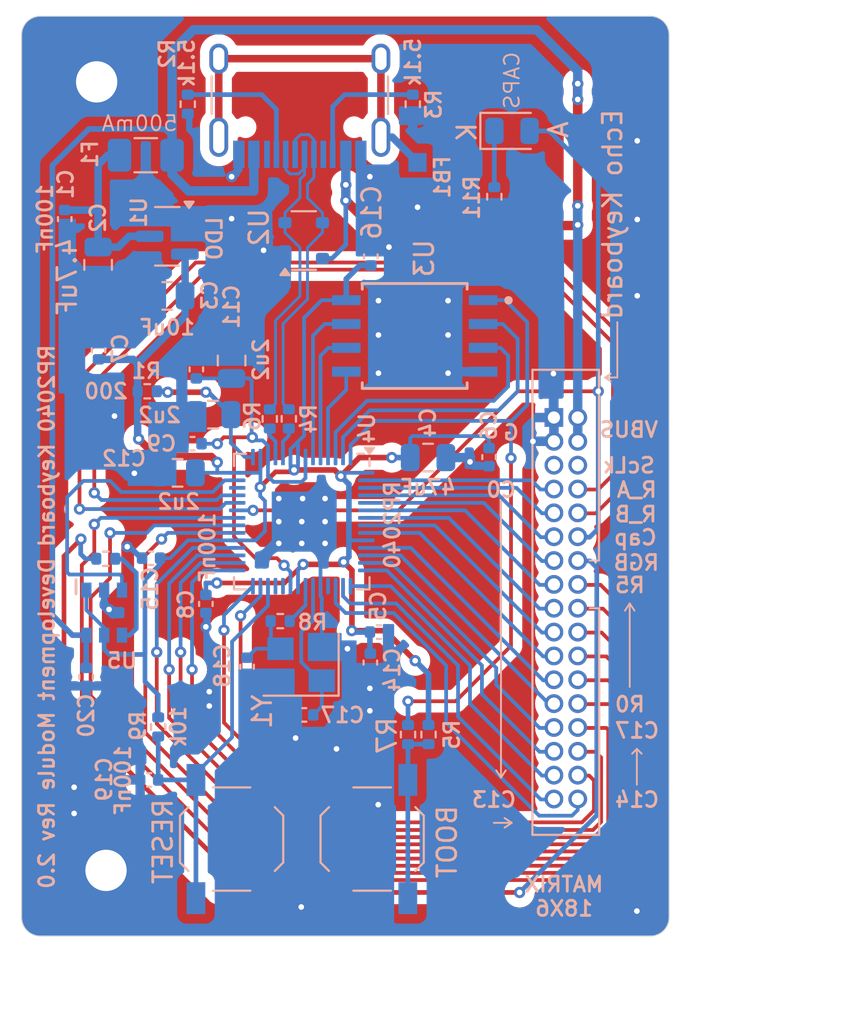
<source format=kicad_pcb>
(kicad_pcb (version 20240108) (generator "pcbnew") (generator_version "8.0")
  (title_block (title "Echo RP2040 Keyboard Module") (date "2024-12-21") (rev "1.01"))
  (layers (0 "F.Cu" signal) (31 "B.Cu" signal) (34 "B.Paste" user) (35 "F.Paste" user) (36 "B.SilkS" user "B.Silkscreen") (37 "F.SilkS" user "F.Silkscreen") (38 "B.Mask" user) (39 "F.Mask" user) (44 "Edge.Cuts" user))
  (net 0 "")
  (net 1 "Net-(BOOT1-B)")
  (net 2 "GND")
  (net 3 "+5V")
  (net 4 "+3V3")
  (net 5 "+1V1")
  (net 6 "Net-(U4-ADC_AVDD)")
  (net 7 "Net-(U4-XIN)")
  (net 8 "Net-(C18-Pad1)")
  (net 9 "NRST")
  (net 10 "VBUS")
  (net 11 "Net-(J1-SHIELD)")
  (net 12 "D-")
  (net 13 "D+")
  (net 14 "Net-(J1-CC2)")
  (net 17 "Net-(J1-CC1)")
  (net 18 "Net-(U4-USB_DP)")
  (net 19 "Net-(U4-USB_DM)")
  (net 20 "BOOT0")
  (net 21 "Net-(U4-XOUT)")
  (net 22 "RGB_DATA")
  (net 23 "Net-(U5-B)")
  (net 24 "Net-(U3-DI(IO0))")
  (net 25 "Net-(U3-DO(IO1))")
  (net 26 "Net-(U3-CLK)")
  (net 27 "Net-(U3-IO2)")
  (net 28 "Net-(U3-IO3)")
  (net 29 "COL7")
  (net 30 "RGB")
  (net 31 "ROW5")
  (net 32 "COL16")
  (net 33 "ROW3")
  (net 34 "COL2")
  (net 35 "COL0")
  (net 36 "COL4")
  (net 38 "COL9")
  (net 39 "COL14")
  (net 40 "COL11")
  (net 42 "COL1")
  (net 43 "COL6")
  (net 44 "COL8")
  (net 45 "COL10")
  (net 46 "COL5")
  (net 47 "ROW2")
  (net 48 "COL12")
  (net 49 "ROW1")
  (net 50 "ROW4")
  (net 51 "COL15")
  (net 52 "R_B")
  (net 53 "COL13")
  (net 54 "R_A")
  (net 55 "COL3")
  (net 56 "COL17")
  (net 57 "ROW0")
  (net 58 "Caps")
  (net 59 "Net-(LED1-K)")
  (net 62 "Scroll")
  (footprint "MyConnectors:IDC_2X17_1.27MM" (layer "F.Cu") (at 140.995399 104.267 -90)
    (property "Reference" "J3" (hide yes))
    (property "Value" "Conn_02x17_Odd_Even")
  )
  (footprint "MountingHole:MountingHole_2.2mm_M2" (layer "F.Cu") (at 116.5 119.5)
    (property "Reference" "H1" (hide yes))
    (property "Value" "MountingHole")
  )
  (footprint "MountingHole:MountingHole_2.2mm_M2" (layer "F.Cu") (at 116 77.5)
    (property "Reference" "H1" (hide yes))
    (property "Value" "MountingHole")
  )
  (footprint "Capacitor_SMD:C_0402_1005Metric" (layer "B.Cu") (at 121.3104 92.8142 90)
    (property "Reference" "C10" (hide yes))
    (property "Value" "100nF" (hide yes))
  )
  (footprint "Capacitor_SMD:C_0402_1005Metric" (layer "B.Cu") (at 127.0625 111.2182 180)
    (property "Reference" "C17")
    (property "Value" "15p")
  )
  (footprint "Capacitor_SMD:C_0402_1005Metric" (layer "B.Cu") (at 118.9 102.87 180)
    (property "Reference" "C15")
    (property "Value" "100nF" (hide yes))
  )
  (footprint "Capacitor_SMD:C_0805_2012Metric" (layer "B.Cu") (at 116.078 87.249 -90)
    (property "Reference" "C2")
    (property "Value" "4.7uF")
  )
  (footprint "Capacitor_SMD:C_0402_1005Metric" (layer "B.Cu") (at 124.0145 108.6502 -90)
    (property "Reference" "C18")
    (property "Value" "15p" (hide yes))
  )
  (footprint "Capacitor_SMD:C_0402_1005Metric" (layer "B.Cu") (at 131.0386 106.807)
    (property "Reference" "C5")
    (property "Value" "100nF" (hide yes))
  )
  (footprint "Button_Switch_SMD:SW_SPST_TL3342" (layer "B.Cu") (at 123.19 117.831 -90)
    (property "Reference" "RST1" (hide yes))
    (property "Value" "SW_SPST" (hide yes))
  )
  (footprint "Resistor_SMD:R_0402_1005Metric" (layer "B.Cu") (at 118.6942 93.98 180)
    (property "Reference" "R1")
    (property "Value" "200")
  )
  (footprint "MyConnectors:USB_C_31-M-12" (layer "B.Cu") (at 126.8248 77.3138)
    (property "Reference" "J1" (hide yes))
    (property "Value" "USB_C_Receptacle_USB2.0" (hide yes))
  )
  (footprint "Package_DFN_QFN:QFN-56-1EP_7x7mm_P0.4mm_EP3.2x3.2mm" (layer "B.Cu") (at 126.927 100.9227 180)
    (property "Reference" "U4")
    (property "Value" "RP2040")
  )
  (footprint "Capacitor_SMD:C_0402_1005Metric" (layer "B.Cu") (at 121.1098 96.774 180)
    (property "Reference" "C9")
    (property "Value" "100nF" (hide yes))
  )
  (footprint "Resistor_SMD:R_0402_1005Metric" (layer "B.Cu") (at 119.2784 111.8596 -90)
    (property "Reference" "R9")
    (property "Value" "10k")
  )
  (footprint "Resistor_SMD:R_0402_1005Metric" (layer "B.Cu") (at 126.238 95.4512 -90)
    (property "Reference" "R4")
    (property "Value" "27" (hide yes))
  )
  (footprint "DevModules:BEADC1608X95N" (layer "B.Cu") (at 133.096 82.523 -90)
    (property "Reference" "FB1")
    (property "Value" "600R")
  )
  (footprint "Capacitor_SMD:C_0402_1005Metric" (layer "B.Cu") (at 121.8184 105.3058 -90)
    (property "Reference" "C8")
    (property "Value" "100nF")
  )
  (footprint "Capacitor_SMD:C_0805_2012Metric" (layer "B.Cu") (at 123.19 92.3442 90)
    (property "Reference" "C11")
    (property "Value" "2u2")
  )
  (footprint "Capacitor_SMD:C_0402_1005Metric" (layer "B.Cu") (at 136.906 97.4852 -90)
    (property "Reference" "C6")
    (property "Value" "100nF" (hide yes))
  )
  (footprint "Capacitor_SMD:C_0402_1005Metric" (layer "B.Cu") (at 115.443 109.192 -90)
    (property "Reference" "C20")
    (property "Value" "100nF" (hide yes))
  )
  (footprint "Capacitor_SMD:C_0805_2012Metric" (layer "B.Cu") (at 133.6548 97.5106)
    (property "Reference" "C4")
    (property "Value" "47uF")
  )
  (footprint "Button_Switch_SMD:SW_SPST_TL3342" (layer "B.Cu") (at 130.678 117.831 -90)
    (property "Reference" "BOOT1" (hide yes))
    (property "Value" "SW_SPST" (hide yes))
  )
  (footprint "Resistor_SMD:R_0402_1005Metric" (layer "B.Cu") (at 137.1854 83.6188 -90)
    (property "Reference" "R11")
    (property "Value" "1K")
  )
  (footprint "Resistor_SMD:R_0402_1005Metric" (layer "B.Cu") (at 132.842 78.6892 -90)
    (property "Reference" "R3")
    (property "Value" "5.1k")
  )
  (footprint "Package_TO_SOT_SMD:SOT-143" (layer "B.Cu") (at 127.0318 85.9508)
    (property "Reference" "U2")
    (property "Value" "PRTR5V0U2X" (hide yes))
  )
  (footprint "Resistor_SMD:R_0402_1005Metric" (layer "B.Cu") (at 133.6802 112.266 -90)
    (property "Reference" "R5")
    (property "Value" "10k")
  )
  (footprint "Fuse:Fuse_1206_3216Metric" (layer "B.Cu") (at 118.618 81.407 180)
    (property "Reference" "F1")
    (property "Value" "500mA")
  )
  (footprint "Capacitor_SMD:C_0402_1005Metric" (layer "B.Cu") (at 130.6068 86.7944 90)
    (property "Reference" "C16")
    (property "Value" "100nF")
  )
  (footprint "LED_SMD:LED_0805_2012Metric" (layer "B.Cu") (at 138.1275 80.1116)
    (property "Reference" "LED1" (hide yes))
    (property "Value" "CAPS")
  )
  (footprint "Capacitor_SMD:C_0402_1005Metric" (layer "B.Cu") (at 118.7984 114.681 180)
    (property "Reference" "C19")
    (property "Value" "100nF")
  )
  (footprint "MyComponents:SOIC_128JVSIQ_WIN" (layer "B.Cu") (at 132.9436 91.0336 180)
    (property "Reference" "U3")
    (property "Value" "W25Q128JVS" (hide yes))
  )
  (footprint "Resistor_SMD:R_0402_1005Metric" (layer "B.Cu") (at 125.7808 106.2228)
    (property "Reference" "R8")
    (property "Value" "1k" (hide yes))
  )
  (footprint "Capacitor_SMD:C_0805_2012Metric" (layer "B.Cu") (at 119.761 88.9 180)
    (property "Reference" "C3")
    (property "Value" "10uF")
  )
  (footprint "Capacitor_SMD:C_0805_2012Metric" (layer "B.Cu") (at 120.3096 98.3234 180)
    (property "Reference" "C12")
    (property "Value" "2u2")
  )
  (footprint "Capacitor_SMD:C_0402_1005Metric" (layer "B.Cu") (at 114.3 84.808 -90)
    (property "Reference" "C1")
    (property "Value" "100nF")
  )
  (footprint "Resistor_SMD:R_0402_1005Metric" (layer "B.Cu") (at 120.8532 78.6892 90)
    (property "Reference" "R2")
    (property "Value" "5.1k")
  )
  (footprint "Capacitor_SMD:C_0402_1005Metric" (layer "B.Cu") (at 130.5814 108.43 -90)
    (property "Reference" "C14")
    (property "Value" "100nF" (hide yes))
  )
  (footprint "Crystal:Crystal_SMD_3225-4Pin_3.2x2.5mm" (layer "B.Cu") (at 126.8925 108.54395 180)
    (property "Reference" "Y1")
    (property "Value" "12Mhz" (hide yes))
  )
  (footprint "Resistor_SMD:R_0402_1005Metric" (layer "B.Cu") (at 132.588 112.266 90)
    (property "Reference" "R7")
    (property "Value" "1k")
  )
  (footprint "Package_TO_SOT_SMD:SOT-23" (layer "B.Cu") (at 119.761 85.725 180)
    (property "Reference" "U1")
    (property "Value" "XC6206PxxxMR-Regulator_Linear" (hide yes))
  )
  (footprint "Resistor_SMD:R_0402_1005Metric" (layer "B.Cu") (at 125.222 95.4532 -90)
    (property "Reference" "R6")
    (property "Value" "27")
  )
  (footprint "SOT:SOT-26" (layer "B.Cu") (at 116.4 105.77)
    (property "Reference" "U5")
    (property "Value" "74LVC1T45" (hide yes))
  )
  (footprint "Capacitor_SMD:C_0402_1005Metric" (layer "B.Cu") (at 116.1 91.8 90)
    (property "Reference" "C7")
    (property "Value" "100nF" (hide yes))
  )
  (footprint "Resistor_SMD:R_0402_1005Metric" (layer "B.Cu") (at 116.49 102.9 180)
    (property "Reference" "R12" (hide yes))
    (property "Value" "27")
  )
  (footprint "Capacitor_SMD:C_0805_2012Metric" (layer "B.Cu") (at 122.1994 95.2246 180)
    (property "Reference" "C13" (hide yes))
    (property "Value" "2u2")
  )
  (gr_poly (pts (xy 120 84.165) (xy 120 85.95) (xy 121.85 85.95) (xy 121.85 87.8) (xy 126.3 87.8) (xy 126.3 86.3) (xy 125.35 86.3) (xy 125.3 84.15)) (stroke (width 0.1)) (fill solid) (layer "B.Cu") (net 2))
  (gr_poly (pts (xy 114.07 84.89) (xy 114.07 91.59) (xy 114.0714 94) (xy 115.2906 94) (xy 115.2906 91.595) (xy 118 91.6) (xy 119.6 90) (xy 119.6 87.4) (xy 114.8 87.4) (xy 114.8 84.9)) (stroke (width 0.2)) (fill solid) (layer "B.Cu") (net 2))
  (gr_poly (pts (xy 129.9 82) (xy 129.9 86.7) (xy 135.509 86.7) (xy 135.509 87.63) (xy 138.235 87.63) (xy 138.235 83.8) (xy 135 83.8) (xy 135 82.7) (xy 132 82.7) (xy 132 82)) (stroke (width 0.2)) (fill solid) (layer "B.Cu") (net 2))
  (gr_poly (pts (xy 116.8 82.8) (xy 116.8 85.1) (xy 120 85.1) (xy 120 83.5) (xy 119.3 82.8)) (stroke (width 0.2)) (fill solid) (layer "B.Cu") (net 2))
  (gr_poly (pts (xy 120.29 91.96) (xy 120.29 94.66) (xy 120.79 94.66) (xy 120.78 91.96)) (stroke (width 0.1)) (fill solid) (layer "B.Cu") (net 2))
  (gr_poly (pts (xy 140.8938 93.3958) (xy 139.6238 93.3958) (xy 139.573 89.789) (xy 137.541 87.884) (xy 135.382 87.884) (xy 135.392 83.74) (xy 138.48 83.74) (xy 140.843 86.106)) (stroke (width 0.1)) (fill solid) (layer "B.Cu") (net 2))
  (gr_poly (pts (xy 127.3 106.9) (xy 127.3 108.3) (xy 129.1 108.3) (xy 129.1 110.5) (xy 129.1 111.9) (xy 126.9 111.9) (xy 126.9 110.3) (xy 126.5 110.3) (xy 126.5 108.8) (xy 123.6 108.8) (xy 123.6 122.3) (xy 131.8 122.3) (xy 131.8 116.1) (xy 131.8 106.427) (xy 131.3 106.427) (xy 131.3 108.5) (xy 129.8 108.5) (xy 129.8 107.3) (xy 129 107.3) (xy 129 106.9)) (stroke (width 0.1)) (fill solid) (layer "B.Cu") (net 2))
  (gr_poly (pts (xy 117.7 98.97) (xy 117.7 97.15) (xy 118.8 97.15) (xy 118.8 94.6) (xy 121.8 94.6) (xy 121.8 96.1) (xy 120.85 96.1) (xy 120.85 97.2) (xy 120.2 97.2) (xy 120.2 98.97)) (stroke (width 0.1)) (fill solid) (layer "B.Cu") (net 2))
  (gr_poly (pts (xy 120.29 92.57) (xy 124.56 92.57) (xy 124.55 90.2) (xy 126.3 88.45) (xy 126.3 87.7) (xy 121.84 87.73) (xy 121.84 90.03) (xy 120.29 91.96)) (stroke (width 0.1)) (fill solid) (layer "B.Cu") (net 2))
  (gr_poly (pts (xy 130.555 88.613) (xy 135.382 88.613) (xy 135.382 93.472) (xy 130.555 93.472)) (stroke (width 0.2)) (fill solid) (layer "B.Cu") (net 2))
  (gr_poly (pts (xy 131.4 85.7) (xy 131.4 89.2) (xy 135.4 89.2) (xy 135.4 85.7)) (stroke (width 0.2)) (fill solid) (layer "B.Cu") (net 2))
  (gr_poly (pts (xy 132.2 78.9) (xy 132.2 79.7) (xy 134 79.7) (xy 134 82.8) (xy 135 82.8) (xy 135 78.9)) (stroke (width 0.2)) (fill solid) (layer "B.Cu") (net 2))
  (gr_line (start 143.083 93.2466) (end 143.383 93.4466) (stroke (width 0.1)) (layer "B.SilkS"))
  (gr_line (start 144.78 113.03) (end 145.034 113.284) (stroke (width 0.1)) (layer "B.SilkS"))
  (gr_line (start 143.7386 93.2434) (end 143.7386 90.297) (stroke (width 0.1)) (layer "B.SilkS"))
  (gr_line (start 137.541 99.822) (end 137.541 114.554) (stroke (width 0.1)) (layer "B.SilkS"))
  (gr_line (start 137.541 114.554) (end 137.287 114.173) (stroke (width 0.1)) (layer "B.SilkS"))
  (gr_line (start 143.7386 93.2434) (end 143.083 93.2466) (stroke (width 0.1)) (layer "B.SilkS"))
  (gr_line (start 144.78 113.03) (end 144.526 113.284) (stroke (width 0.1)) (layer "B.SilkS"))
  (gr_line (start 144.399 105.283) (end 144.653 105.664) (stroke (width 0.1)) (layer "B.SilkS"))
  (gr_line (start 144.145 105.664) (end 144.399 105.283) (stroke (width 0.1)) (layer "B.SilkS"))
  (gr_line (start 137.16 116.967) (end 138.1125 116.967) (stroke (width 0.1)) (layer "B.SilkS"))
  (gr_line (start 138.1125 116.967) (end 137.7315 116.713) (stroke (width 0.1)) (layer "B.SilkS"))
  (gr_line (start 137.795 114.173) (end 137.541 114.554) (stroke (width 0.1)) (layer "B.SilkS"))
  (gr_line (start 144.78 114.935) (end 144.78 113.03) (stroke (width 0.1)) (layer "B.SilkS"))
  (gr_line (start 144.399 109.728) (end 144.399 105.283) (stroke (width 0.1)) (layer "B.SilkS"))
  (gr_line (start 143.083 93.2466) (end 143.383 93.0466) (stroke (width 0.1)) (layer "B.SilkS"))
  (gr_line (start 138.1125 116.967) (end 137.7315 117.221) (stroke (width 0.1)) (layer "B.SilkS"))
  (gr_arc (start 145.5 74) (mid 146.207107 74.292893) (end 146.5 75) (stroke (width 0.05)) (layer "Edge.Cuts"))
  (gr_arc (start 112 75) (mid 112.292893 74.292893) (end 113 74) (stroke (width 0.05)) (layer "Edge.Cuts"))
  (gr_line (start 146.5 122) (end 146.5 75) (stroke (width 0.05)) (layer "Edge.Cuts"))
  (gr_line (start 145.5 74) (end 113 74) (stroke (width 0.05)) (layer "Edge.Cuts"))
  (gr_line (start 112 75) (end 112 122) (stroke (width 0.05)) (layer "Edge.Cuts"))
  (gr_arc (start 146.5 122) (mid 146.207107 122.707107) (end 145.5 123) (stroke (width 0.05)) (layer "Edge.Cuts"))
  (gr_line (start 113 123) (end 145.5 123) (stroke (width 0.05)) (layer "Edge.Cuts"))
  (gr_arc (start 113 123) (mid 112.292893 122.707107) (end 112 122) (stroke (width 0.05)) (layer "Edge.Cuts"))
  (gr_text "K" (at 135.05 79.58 -90) (layer "B.SilkS") (effects (font (size 1 1)) (justify left bottom)))
  (gr_text "R0" (at 145.288 111.125 0) (layer "B.SilkS") (effects (font (size 0.8 0.8) (thickness 0.15) (bold yes)) (justify left bottom mirror)))
  (gr_text "MATRIX\n18X6" (at 140.9 122 0) (layer "B.SilkS") (effects (font (size 0.8 0.8) (thickness 0.15) (bold yes)) (justify bottom mirror)))
  (gr_text "LDO" (at 122.75 84.6 90) (layer "B.SilkS") (effects (font (size 0.8 0.8)) (justify left bottom mirror)))
  (gr_text "Echo Keyboard" (at 144.0688 78.867 90) (layer "B.SilkS") (effects (font (size 1 1)) (justify left bottom mirror)))
  (gr_text "A" (at 141.19 80.57 90) (layer "B.SilkS") (effects (font (size 1 1)) (justify left bottom)))
  (gr_text "G" (at 138.5824 96.647 0) (layer "B.SilkS") (effects (font (size 0.8 0.8) (thickness 0.15) (bold yes)) (justify left bottom mirror)))
  (gr_text "RP2040 Keyboard Development Module Rev 2.0" (at 113.81 105.99 90) (layer "B.SilkS") (effects (font (size 0.8 0.8)) (justify bottom mirror)))
  (gr_text "C17" (at 146.05 112.522 0) (layer "B.SilkS") (effects (font (size 0.8 0.8) (thickness 0.15) (bold yes)) (justify left bottom mirror)))
  (gr_text "R5" (at 145.288 104.775 0) (layer "B.SilkS") (effects (font (size 0.8 0.8) (thickness 0.15) (bold yes)) (justify left bottom mirror)))
  (gr_text "CAPS" (at 138.59 75.83 90) (layer "B.SilkS") (effects (font (size 0.8 0.8) (thickness 0.1)) (justify left bottom mirror)))
  (gr_text "C13" (at 138.43 116.205 0) (layer "B.SilkS") (effects (font (size 0.8 0.8) (thickness 0.15) (bold yes)) (justify left bottom mirror)))
  (gr_text "C0" (at 138.43 99.695 0) (layer "B.SilkS") (effects (font (size 0.8 0.8) (thickness 0.15) (bold yes)) (justify left bottom mirror)))
  (gr_text "RGB" (at 146.05 103.5812 0) (layer "B.SilkS") (effects (font (size 0.8 0.8) (thickness 0.15) (bold yes)) (justify left bottom mirror)))
  (gr_text "Cap" (at 145.923 102.235 0) (layer "B.SilkS") (effects (font (size 0.8 0.8) (thickness 0.15) (bold yes)) (justify left bottom mirror)))
  (gr_text "R_A" (at 145.923 99.695 0) (layer "B.SilkS") (effects (font (size 0.8 0.8) (thickness 0.15) (bold yes)) (justify left bottom mirror)))
  (gr_text "VBUS" (at 145.99 96.4946 0) (layer "B.SilkS") (effects (font (size 0.8 0.8) (thickness 0.15) (bold yes)) (justify left bottom mirror)))
  (gr_text "ScLk" (at 145.8214 98.3996 0) (layer "B.SilkS") (effects (font (size 0.8 0.8) (thickness 0.15) (bold yes)) (justify left bottom mirror)))
  (gr_text "RESET" (at 120.12 115.6 90) (layer "B.SilkS") (effects (font (size 1 1)) (justify left bottom mirror)))
  (gr_text "R_B" (at 145.923 101 0) (layer "B.SilkS") (effects (font (size 0.8 0.8) (thickness 0.15) (bold yes)) (justify left bottom mirror)))
  (gr_text "BOOT" (at 135.255 115.951 90) (layer "B.SilkS") (effects (font (size 1 1)) (justify left bottom mirror)))
  (gr_text "C14" (at 146.05 116.205 0) (layer "B.SilkS") (effects (font (size 0.8 0.8) (thickness 0.15) (bold yes)) (justify left bottom mirror)))
  (segment (start 132.588 112.776) (end 133.6802 112.776) (width 0.25) (layer "B.Cu") (net 1))
  (segment (start 132.588 112.776) (end 132.588 114.671) (width 0.25) (layer "B.Cu") (net 1))
  (segment (start 132.578 120.981) (end 132.578 114.681) (width 0.25) (layer "B.Cu") (net 1))
  (segment (start 118.0084 98.3488) (end 118.0084 101.8816) (width 0.25) (layer "F.Cu") (net 2))
  (segment (start 117.983 98.3742) (end 118.0084 98.3488) (width 0.4) (layer "F.Cu") (net 2))
  (segment (start 118.0084 101.8816) (end 117.63 102.26) (width 0.25) (layer "F.Cu") (net 2))
  (segment (start 123.19 82.55) (end 123.19 84.7852) (width 0.4) (layer "F.Cu") (net 2))
  (via (at 126.6 112.45) (size 0.6) (drill 0.3) (layers "F.Cu" "B.Cu") (net 2))
  (via (at 130.556 109.8042) (size 0.6) (drill 0.3) (layers "F.Cu" "B.Cu") (net 2))
  (via (at 117.63 102.26) (size 0.6) (drill 0.3) (layers "F.Cu" "B.Cu") (net 2))
  (via (at 144.8 80.639) (size 0.6) (drill 0.3) (layers "F.Cu" "B.Cu") (net 2))
  (via (at 139.2428 96.647) (size 0.6) (drill 0.3) (layers "F.Cu" "B.Cu") (net 2))
  (via (at 122 110.744) (size 0.6) (drill 0.3) (layers "F.Cu" "B.Cu") (net 2))
  (via (at 126.927 100.9227) (size 0.6) (drill 0.3) (layers "F.Cu" "B.Cu") (net 2))
  (via (at 131.0132 93.0148) (size 0.6) (drill 0.3) (layers "F.Cu" "B.Cu") (net 2))
  (via (at 122 109.982) (size 0.6) (drill 0.3) (layers "F.Cu" "B.Cu") (net 2))
  (via (at 131.0132 89.154) (size 0.6) (drill 0.3) (layers "F.Cu" "B.Cu") (net 2))
  (via (at 116.95 95.3) (size 0.6) (drill 0.3) (layers "F.Cu" "B.Cu") (net 2))
  (via (at 131 116) (size 0.6) (drill 0.3) (layers "F.Cu" "B.Cu") (net 2))
  (via (at 123.19 82.55) (size 0.6) (drill 0.3) (layers "F.Cu" "B.Cu") (net 2))
  (via (at 131.0132 90.9828) (size 0.6) (drill 0.3) (layers "F.Cu" "B.Cu") (net 2))
  (via (at 133.096 84.175598) (size 0.6) (drill 0.3) (layers "F.Cu" "B.Cu") (net 2))
  (via (at 123.19 84.7852) (size 0.6) (drill 0.3) (layers "F.Cu" "B.Cu") (net 2))
  (via (at 126.927 102.0826) (size 0.6) (drill 0.3) (layers "F.Cu" "B.Cu") (net 2))
  (via (at 130.556004 82.549996) (size 0.6) (drill 0.3) (layers "F.Cu" "B.Cu") (net 2))
  (via (at 125.7046 99.695) (size 0.6) (drill 0.3) (layers "F.Cu" "B.Cu") (net 2))
  (via (at 118.0084 98.3488) (size 0.6) (drill 0.3) (layers "F.Cu" "B.Cu") (net 2))
  (via (at 125.7046 102.0826) (size 0.6) (drill 0.3) (layers "F.Cu" "B.Cu") (net 2))
  (via (at 114.8 116.467) (size 0.6) (drill 0.3) (layers "F.Cu" "B.Cu") (net 2))
  (via (at 121.8184 106.5276) (size 0.6) (drill 0.3) (layers "F.Cu" "B.Cu") (net 2))
  (via (at 129.36015 107.69395) (size 0.6) (drill 0.3) (layers "F.Cu" "B.Cu") (net 2))
  (via (at 134.7216 89.154) (size 0.6) (drill 0.3) (layers "F.Cu" "B.Cu") (net 2))
  (via (at 128.1684 99.695) (size 0.6) (drill 0.3) (layers "F.Cu" "B.Cu") (net 2))
  (via (at 140.335 93.040202) (size 0.6) (drill 0.3) (layers "F.Cu" "B.Cu") (net 2))
  (via (at 134.7216 90.9828) (size 0.6) (drill 0.3) (layers "F.Cu" "B.Cu") (net 2))
  (via (at 128.1684 100.9227) (size 0.6) (drill 0.3) (layers "F.Cu" "B.Cu") (net 2))
  (via (at 116.66 105.6) (size 0.6) (drill 0.3) (layers "F.Cu" "B.Cu") (net 2))
  (via (at 124.8918 86.472) (size 0.6) (drill 0.3) (layers "F.Cu" "B.Cu") (net 2))
  (via (at 144.8 84.83) (size 0.6) (drill 0.3) (layers "F.Cu" "B.Cu") (net 2))
  (via (at 126.9 121.45) (size 0.6) (drill 0.3) (layers "F.Cu" "B.Cu") (net 2))
  (via (at 128.778 113.028) (size 0.6) (drill 0.3) (layers "F.Cu" "B.Cu") (net 2))
  (via (at 135.89 97.7392) (size 0.6) (drill 0.3) (layers "F.Cu" "B.Cu") (net 2))
  (via (at 125.7046 100.9227) (size 0.6) (drill 0.3) (layers "F.Cu" "B.Cu") (net 2))
  (via (at 134.7216 93.0148) (size 0.6) (drill 0.3) (layers "F.Cu" "B.Cu") (net 2))
  (via (at 131.572 86.299675) (size 0.6) (drill 0.3) (layers "F.Cu" "B.Cu") (net 2))
  (via (at 144.78 121.666) (size 0.6) (drill 0.3) (layers "F.Cu" "B.Cu") (net 2))
  (via (at 128.1684 102.0826) (size 0.6) (drill 0.3) (layers "F.Cu" "B.Cu") (net 2))
  (via (at 130.556 111) (size 0.6) (drill 0.3) (layers "F.Cu" "B.Cu") (net 2))
  (via (at 144.8 88.894) (size 0.6) (drill 0.3) (layers "F.Cu" "B.Cu") (net 2))
  (via (at 126.9746 99.695) (size 0.6) (drill 0.3) (layers "F.Cu" "B.Cu") (net 2))
  (via (at 114.8 115.07) (size 0.6) (drill 0.3) (layers "F.Cu" "B.Cu") (net 2))
  (segment (start 134.6048 97.5106) (end 135.6614 97.5106) (width 0.4) (layer "B.Cu") (net 2))
  (segment (start 130.556 111) (end 128.778 112.778) (width 0.4) (layer "B.Cu") (net 2))
  (segment (start 114.6658 88.199) (end 114.3 87.8332) (width 0.4) (layer "B.Cu") (net 2))
  (segment (start 125.09 120.981) (end 125.09 114.681) (width 0.4) (layer "B.Cu") (net 2))
  (segment (start 118.394596 102.895404) (end 117.759192 102.26) (width 0.3) (layer "B.Cu") (net 2))
  (segment (start 134.8646 92.9386) (end 132.9685 91.0425) (width 0.4) (layer "B.Cu") (net 2))
  (segment (start 119.3596 97.2516) (end 119.8372 96.774) (width 0.4) (layer "B.Cu") (net 2))
  (segment (start 125.09 114.681) (end 128.778 114.681) (width 0.4) (layer "B.Cu") (net 2))
  (segment (start 130.5814 109.9058) (end 130.5814 108.91) (width 0.3048) (layer "B.Cu") (net 2))
  (segment (start 129.36015 108.8286) (end 129.44155 108.91) (width 0.3048) (layer "B.Cu") (net 2))
  (segment (start 140.3604 96.647) (end 139.2428 96.647) (width 0.5) (layer "B.Cu") (net 2))
  (segment (start 125.7925 109.39395) (end 125.7925 110.7303) (width 0.3048) (layer "B.Cu") (net 2))
  (segment (start 123.5748 81.3588) (end 123.5748 82.1652) (width 0.4) (layer "B.Cu") (net 2))
  (segment (start 131.5186 106.807) (end 131.5186 108.74) (width 0.3048) (layer "B.Cu") (net 2))
  (segment (start 129.44155 108.91) (end 130.5814 108.91) (width 0.2) (layer "B.Cu") (net 2))
  (segment (start 119.3596 98.3234) (end 118.0338 98.3234) (width 0.4) (layer "B.Cu") (net 2))
  (segment (start 125.09 120.981) (end 128.778 120.981) (width 0.4) (layer "B.Cu") (net 2))
  (segment (start 118.0338 98.3234) (end 118.0084 98.3488) (width 0.2) (layer "B.Cu") (net 2))
  (segment (start 130.0748 82.068792) (end 130.556004 82.549996) (width 0.4) (layer "B.Cu") (net 2))
  (segment (start 130.6068 86.3144) (end 131.557275 86.3144) (width 0.4) (layer "B.Cu") (net 2))
  (segment (start 140.335 95.351602) (end 140.3604 95.377002) (width 0.4) (layer "B.Cu") (net 2))
  (segment (start 126.2804 111.2182) (end 126.5825 111.2182) (width 0.3048) (layer "B.Cu") (net 2))
  (segment (start 116.078 88.199) (end 114.6658 88.199) (width 0.4) (layer "B.Cu") (net 2))
  (segment (start 125.7925 109.39395) (end 124.27825 109.39395) (width 0.2) (layer "B.Cu") (net 2))
  (segment (start 128.778 114.681) (end 128.778 113.028) (width 0.4) (layer "B.Cu") (net 2))
  (segment (start 127.9925 107.69395) (end 129.36015 107.69395) (width 0.3048) (layer "B.Cu") (net 2))
  (segment (start 136.116 97.9652) (end 135.6614 97.5106) (width 0.254) (layer "B.Cu") (net 2))
  (segment (start 126.0318 86.7008) (end 125.1206 86.7008) (width 0.3) (layer "B.Cu") (net 2))
  (segment (start 123.5748 82.1652) (end 123.19 82.55) (width 0.4) (layer "B.Cu") (net 2))
  (segment (start 127.927 104.3602) (end 127.927 104.9) (width 0.2) (layer "B.Cu") (net 2))
  (segment (start 121.8184 105.7858) (end 121.8184 106.5276) (width 0.25) (layer "B.Cu") (net 2))
  (segment (start 140.335 93.0402) (end 140.335 95.351602) (width 0.5) (layer "B.Cu") (net 2))
  (segment (start 131.557275 86.3144) (end 131.572 86.299675) (width 0.4) (layer "B.Cu") (net 2))
  (segment (start 119.3596 98.3234) (end 119.3596 97.2516) (width 0.4) (layer "B.Cu") (net 2))
  (segment (start 140.3604 95.377) (end 140.3604 96.647) (width 0.5) (layer "B.Cu") (net 2))
  (segment (start 135.6614 97.5106) (end 135.89 97.7392) (width 0.4) (layer "B.Cu") (net 2))
  (segment (start 117.759192 102.26) (end 117.63 102.26) (width 0.3) (layer "B.Cu") (net 2))
  (segment (start 125.09 114.681) (end 125.09 110.09645) (width 0.4) (layer "B.Cu") (net 2))
  (segment (start 125.09 110.09645) (end 125.7925 109.39395) (width 0.4) (layer "B.Cu") (net 2))
  (segment (start 121.2494 95.2246) (end 120.6552 95.2246) (width 0.3) (layer "B.Cu") (net 2))
  (segment (start 131.5186 108.74) (end 131.3486 108.91) (width 0.3048) (layer "B.Cu") (net 2))
  (segment (start 128.778 112.778) (end 128.778 113.028) (width 0.4) (layer "B.Cu") (net 2))
  (segment (start 120.6298 92.4762) (end 120.7718 92.3342) (width 0.3048) (layer "B.Cu") (net 2))
  (segment (start 131.3486 108.91) (end 129.44155 108.91) (width 0.3048) (layer "B.Cu") (net 2))
  (segment (start 119.8372 96.774) (end 120.6298 96.774) (width 0.4) (layer "B.Cu") (net 2))
  (segment (start 136.906 97.9652) (end 136.116 97.9652) (width 0.4) (layer "B.Cu") (net 2))
  (segment (start 123.1798 84.775) (end 123.19 84.7852) (width 0.4) (layer "B.Cu") (net 2))
  (segment (start 128.778 120.981) (end 128.778 114.681) (width 0.4) (layer "B.Cu") (net 2))
  (segment (start 130.556 111) (end 130.556 109.8042) (width 0.4) (layer "B.Cu") (net 2))
  (segment (start 123.19 91.3942) (end 124.8918 89.6924) (width 0.3) (layer "B.Cu") (net 2))
  (segment (start 120.6298 96.774) (end 120.6298 92.4762) (width 0.3048) (layer "B.Cu") (net 2))
  (segment (start 136.116 97.9652) (end 135.89 97.7392) (width 0.4) (layer "B.Cu") (net 2))
  (segment (start 131.264008 83.258) (end 130.556004 82.549996) (width 0.4) (layer "B.Cu") (net 2))
  (segment (start 133.096 83.258) (end 131.264008 83.258) (width 0.4) (layer "B.Cu") (net 2))
  (segment (start 121.5848 91.3942) (end 123.19 91.3942) (width 0.3) (layer "B.Cu") (net 2))
  (segment (start 121.3104 91.6686) (end 121.5848 91.3942) (width 0.3) (layer "B.Cu") (net 2))
  (segment (start 114.3 85.288) (end 114.3 87.8332) (width 0.4) (layer "B.Cu") (net 2))
  (segment (start 124.27825 109.39395) (end 124.0145 109.1302) (width 0.2) (layer "B.Cu") (net 2))
  (segment (start 125.7925 110.7303) (end 126.2804 111.2182) (width 0.3048) (layer "B.Cu") (net 2))
  (segment (start 127.9925 104.9655) (end 127.9925 107.69395) (width 0.2) (layer "B.Cu") (net 2))
  (segment (start 125.1206 86.7008) (end 124.8918 86.472) (width 0.3) (layer "B.Cu") (net 2))
  (segment (start 116.1 91.32) (end 116.1 88.221) (width 0.4) (layer "B.Cu") (net 2))
  (segment (start 127.927 104.9) (end 127.9925 104.9655) (width 0.2) (layer "B.Cu") (net 2))
  (segment (start 116.4 105.34) (end 116.66 105.6) (width 0.25) (layer "B.Cu") (net 2))
  (segment (start 120.6985 84.775) (end 123.1798 84.775) (width 0.4) (layer "B.Cu") (net 2))
  (segment (start 129.36015 107.69395) (end 129.36015 108.8286) (width 0.3048) (layer "B.Cu") (net 2))
  (segment (start 129.3622 107.696) (end 129.36015 107.69395) (width 0.2) (layer "B.Cu") (net 2))
  (segment (start 127.927 104.3602) (end 127.927 101.9227) (width 0.2) (layer "B.Cu") (net 2))
  (segment (start 136.5885 92.9386) (end 134.8646 92.9386) (width 0.4) (layer "B.Cu") (net 2))
  (segment (start 120.7718 92.3342) (end 121.3104 92.3342) (width 0.3048) (layer "B.Cu") (net 2))
  (segment (start 130.0748 81.3588) (end 130.0748 82.068792) (width 0.4) (layer "B.Cu") (net 2))
  (segment (start 133.096 83.258) (end 133.096 84.175598) (width 0.4) (layer "B.Cu") (net 2))
  (segment (start 121.3104 92.3342) (end 121.3104 91.6686) (width 0.3) (layer "B.Cu") (net 2))
  (segment (start 124.8918 89.6924) (end 124.8918 86.472) (width 0.3) (layer "B.Cu") (net 2))
  (segment (start 116.4 104.57) (end 116.4 105.34) (width 0.25) (layer "B.Cu") (net 2))
  (segment (start 116.078 86.299) (end 116.078 81.915) (width 0.4) (layer "B.Cu") (net 3))
  (segment (start 115.978 84.328) (end 116.078 84.428) (width 0.4) (layer "B.Cu") (net 3))
  (segment (start 116.586 81.407) (end 117.218 81.407) (width 0.4) (layer "B.Cu") (net 3))
  (segment (start 117.155 86.299) (end 117.729 85.725) (width 0.4) (layer "B.Cu") (net 3))
  (segment (start 114.3 84.328) (end 115.978 84.328) (width 0.4) (layer "B.Cu") (net 3))
  (segment (start 116.078 86.299) (end 117.155 86.299) (width 0.4) (layer "B.Cu") (net 3))
  (segment (start 116.078 84.428) (end 116.078 86.299) (width 0.4) (layer "B.Cu") (net 3))
  (segment (start 117.729 85.725) (end 118.8235 85.725) (width 0.4) (layer "B.Cu") (net 3))
  (segment (start 116.078 81.915) (end 116.586 81.407) (width 0.4) (layer "B.Cu") (net 3))
  (segment (start 129.5908 106.7308) (end 131.3688 106.7308) (width 0.3) (layer "F.Cu") (net 4))
  (segment (start 129.159 103.0732) (end 129.6 103.5142) (width 0.3) (layer "F.Cu") (net 4))
  (segment (start 122.1232 97.4598) (end 119.1768 97.4598) (width 0.4) (layer "F.Cu") (net 4))
  (segment (start 128.6764 98.171) (end 126.5174 98.171) (width 0.3) (layer "F.Cu") (net 4))
  (segment (start 129.6 103.5142) (end 129.6 106.7216) (width 0.3) (layer "F.Cu") (net 4))
  (segment (start 127 103.2002) (end 126.009399 104.190801) (width 0.25) (layer "F.Cu") (net 4))
  (segment (start 129.6 106.7216) (end 129.5908 106.7308) (width 0.3) (layer "F.Cu") (net 4))
  (segment (start 122.402601 104.190801) (end 122.4026 104.1908) (width 0.25) (layer "F.Cu") (net 4))
  (segment (start 119.1768 97.4598) (end 118.237 96.52) (width 0.4) (layer "F.Cu") (net 4))
  (segment (start 125.5268 98.2726) (end 126.4158 98.2726) (width 0.25) (layer "F.Cu") (net 4))
  (segment (start 126.4158 98.2726) (end 126.5174 98.171) (width 0.25) (layer "F.Cu") (net 4))
  (segment (start 124.714 99.0854) (end 125.5268 98.2726) (width 0.25) (layer "F.Cu") (net 4))
  (segment (start 129.0066 98.5012) (end 128.6764 98.171) (width 0.3) (layer "F.Cu") (net 4))
  (segment (start 129.0066 98.5012) (end 129.9972 97.5106) (width 0.3) (layer "F.Cu") (net 4))
  (segment (start 126.009399 104.190801) (end 122.402601 104.190801) (width 0.25) (layer "F.Cu") (net 4))
  (segment (start 129.9972 97.5106) (end 131.7244 97.5106) (width 0.3) (layer "F.Cu") (net 4))
  (segment (start 122.428 97.7646) (end 122.1232 97.4598) (width 0.4) (layer "F.Cu") (net 4))
  (segment (start 129.159 103.0732) (end 129.032 103.2002) (width 0.2) (layer "F.Cu") (net 4))
  (segment (start 129.032 103.2002) (end 127 103.2002) (width 0.3) (layer "F.Cu") (net 4))
  (segment (start 131.3688 106.7308) (end 132.969 108.331) (width 0.3) (layer "F.Cu") (net 4))
  (via (at 129.5908 106.7308) (size 0.6) (drill 0.3) (layers "F.Cu" "B.Cu") (net 4))
  (via (at 129.0066 98.5012) (size 0.6) (drill 0.3) (layers "F.Cu" "B.Cu") (net 4))
  (via (at 124.714 99.0854) (size 0.6) (drill 0.3) (layers "F.Cu" "B.Cu") (net 4))
  (via (at 129.159 103.0732) (size 0.6) (drill 0.3) (layers "F.Cu" "B.Cu") (net 4))
  (via (at 132.969 108.331) (size 0.6) (drill 0.3) (layers "F.Cu" "B.Cu") (net 4))
  (via (at 122.428 97.7646) (size 0.6) (drill 0.3) (layers "F.Cu" "B.Cu") (net 4))
  (via (at 118.237 96.52) (size 0.6) (drill 0.3) (layers "F.Cu" "B.Cu") (net 4))
  (via (at 122.4026 104.1908) (size 0.6) (drill 0.3) (layers "F.Cu" "B.Cu") (net 4))
  (via (at 131.7244 97.5106) (size 0.6) (drill 0.3) (layers "F.Cu" "B.Cu") (net 4))
  (via (at 126.5174 98.171) (size 0.6) (drill 0.3) (layers "F.Cu" "B.Cu") (net 4))
  (via (at 127 103.2002) (size 0.6) (drill 0.3) (layers "F.Cu" "B.Cu") (net 4))
  (segment (start 130.3645 98.3227) (end 129.1851 98.3227) (width 0.2) (layer "B.Cu") (net 4))
  (segment (start 119.2784 110.1484) (end 119.2784 111.3496) (width 0.25) (layer "B.Cu") (net 4))
  (segment (start 121.8184 104.190804) (end 121.818404 104.1908) (width 0.25) (layer "B.Cu") (net 4))
  (segment (start 126.727 97.9614) (end 126.5174 98.171) (width 0.2) (layer "B.Cu") (net 4))
  (segment (start 124.727 99.0724) (end 124.714 99.0854) (width 0.2) (layer "B.Cu") (net 4))
  (segment (start 123.4895 98.3227) (end 124.714 98.3227) (width 0.2) (layer "B.Cu") (net 4))
  (segment (start 118.565 108) (end 116.68 108) (width 0.25) (layer "B.Cu") (net 4))
  (segment (start 126.727 97.4852) (end 126.727 97.9614) (width 0.2) (layer "B.Cu") (net 4))
  (segment (start 126.727 103.4732) (end 127 103.2002) (width 0.2) (layer "B.Cu") (net 4))
  (segment (start 130.5586 106.807) (end 130.5586 107.9272) (width 0.3) (layer "B.Cu") (net 4))
  (segment (start 119.38 102.87) (end 119.9134 102.87) (width 0.2) (layer "B.Cu") (net 4))
  (segment (start 129.4384 102.7938) (end 129.4384 98.933002) (width 0.3) (layer "B.Cu") (net 4))
  (segment (start 121.818404 104.1908) (end 122.4026 104.1908) (width 0.25) (layer "B.Cu") (net 4))
  (segment (start 116.1 92.28) (end 117.9554 92.28) (width 0.4) (layer "B.Cu") (net 4))
  (segment (start 126.727 96.666) (end 127.0508 96.3422) (width 0.2) (layer "B.Cu") (net 4))
  (segment (start 129.667 106.807) (end 129.5908 106.7308) (width 0.2) (layer "B.Cu") (net 4))
  (segment (start 129.1851 98.3227) (end 129.0066 98.5012) (width 0.2) (layer "B.Cu") (net 4))
  (segment (start 136.906 96.5962) (end 136.906 97.0052) (width 0.2) (layer "B.Cu") (net 4))
  (segment (start 122.428 98.3227) (end 122.428 97.7646) (width 0.2) (layer "B.Cu") (net 4))
  (segment (start 129.4384 98.933) (end 129.4384 98.933002) (width 0.3) (layer "B.Cu") (net 4))
  (segment (start 129.2987 87.9983) (end 129.2987 89.1286) (width 0.3) (layer "B.Cu") (net 4))
  (segment (start 126.327 97.9806) (end 126.5174 98.171) (width 0.2) (layer "B.Cu") (net 4))
  (segment (start 120.8607 101.9227) (end 123.4895 101.9227) (width 0.2) (layer "B.Cu") (net 4))
  (segment (start 132.7048 97.5106) (end 132.7048 96.4794) (width 0.2) (layer "B.Cu") (net 4))
  (segment (start 127.0508 90.0684) (end 127.9906 89.1286) (width 0.2) (layer "B.Cu") (net 4))
  (segment (start 132.8166 96.3676) (end 136.6774 96.3676) (width 0.2) (layer "B.Cu") (net 4))
  (segment (start 130.0226 87.2744) (end 129.2987 87.9983) (width 0.3) (layer "B.Cu") (net 4))
  (segment (start 124.727 97.4852) (end 124.727 99.0724) (width 0.2) (layer "B.Cu") (net 4))
  (segment (start 133.6802 111.756) (end 133.6802 109.0422) (width 0.3) (layer "B.Cu") (net 4))
  (segment (start 136.6774 96.3676) (end 136.906 96.5962) (width 0.2) (layer "B.Cu") (net 4))
  (segment (start 116.4 106.58) (end 116.4 106.97) (width 0.2) (layer "B.Cu") (net 4))
  (segment (start 127.0508 96.3422) (end 127.0508 90.0684) (width 0.2) (layer "B.Cu") (net 4))
  (segment (start 118.1842 92.5088) (end 120.711 89.982) (width 0.4) (layer "B.Cu") (net 4))
  (segment (start 118.575 109.445) (end 119.2784 110.1484) (width 0.25) (layer "B.Cu") (net 4))
  (segment (start 118.575 104.005) (end 118.575 107.28) (width 0.25) (layer "B.Cu") (net 4))
  (segment (start 121.8184 104.8258) (end 121.8184 104.190804) (width 0.25) (layer "B.Cu") (net 4))
  (segment (start 126.327 97.4852) (end 126.327 97.9806) (width 0.2) (layer "B.Cu") (net 4))
  (segment (start 118.1842 96.4672) (end 118.1842 92.5088) (width 0.4) (layer "B.Cu") (net 4))
  (segment (start 124.968 101.4326) (end 124.968 99.822) (width 0.2) (layer "B.Cu") (net 4))
  (segment (start 127.9906 89.1286) (end 129.2987 89.1286) (width 0.2) (layer "B.Cu") (net 4))
  (segment (start 130.5586 106.807) (end 129.667 106.807) (width 0.3) (layer "B.Cu") (net 4))
  (segment (start 115.45 104.57) (end 115.45 105.63) (width 0.2) (layer "B.Cu") (net 4))
  (segment (start 118.237 96.52) (end 118.1842 96.4672) (width 0.4) (layer "B.Cu") (net 4))
  (segment (start 129.0066 98.5012) (end 129.4384 98.933) (width 0.3) (layer "B.Cu") (net 4))
  (segment (start 120.711 89.982) (end 120.711 88.9) (width 0.4) (layer "B.Cu") (net 4))
  (segment (start 126.727 97.4852) (end 126.727 96.666) (width 0.2) (layer "B.Cu") (net 4))
  (segment (start 130.6068 87.2744) (end 130.0226 87.2744) (width 0.3) (layer "B.Cu") (net 4))
  (segment (start 130.3645 101.9227) (end 129.4459 101.9227) (width 0.2) (layer "B.Cu") (net 4))
  (segment (start 117.9554 92.28) (end 118.1842 92.5088) (width 0.4) (layer "B.Cu") (net 4))
  (segment (start 132.7048 96.4794) (end 132.8166 96.3676) (width 0.2) (layer "B.Cu") (net 4))
  (segment (start 131.7244 97.5106) (end 132.7048 97.5106) (width 0.3) (layer "B.Cu") (net 4))
  (segment (start 115.45 105.63) (end 116.4 106.58) (width 0.2) (layer "B.Cu") (net 4))
  (segment (start 123.4895 98.3227) (end 122.428 98.3227) (width 0.2) (layer "B.Cu") (net 4))
  (segment (start 119.9134 102.87) (end 120.8607 101.9227) (width 0.2) (layer "B.Cu") (net 4))
  (segment (start 120.711 88.9) (end 120.711 86.6875) (width 0.4) (layer "B.Cu") (net 4))
  (segment (start 118.575 107.28) (end 118.575 107.99) (width 0.25) (layer "B.Cu") (net 4))
  (segment (start 118.575 107.99) (end 118.565 108) (width 0.25) (layer "B.Cu") (net 4))
  (segment (start 126.327 97.4852) (end 126.327 97.066) (width 0.2) (layer "B.Cu") (net 4))
  (segment (start 118.575 107.28) (end 118.575 109.445) (width 0.25) (layer "B.Cu") (net 4))
  (segment (start 133.6802 109.0422) (end 132.969 108.331) (width 0.3) (layer "B.Cu") (net 4))
  (segment (start 126.327 97.066) (end 126.727 96.666) (width 0.2) (layer "B.Cu") (net 4))
  (segment (start 123.4895 101.9227) (end 124.4779 101.9227) (width 0.2) (layer "B.Cu") (net 4))
  (segment (start 116.4 107.72) (end 116.4 106.97) (width 0.25) (layer "B.Cu") (net 4))
  (segment (start 124.4779 101.9227) (end 124.968 101.4326) (width 0.2) (layer "B.Cu") (net 4))
  (segment (start 124.714 99.568) (end 124.714 99.0854) (width 0.2) (layer "B.Cu") (net 4))
  (segment (start 119.38 102.87) (end 119.38 103.2) (width 0.25) (layer "B.Cu") (net 4))
  (segment (start 126.727 104.3602) (end 126.727 103.4732) (width 0.2) (layer "B.Cu") (net 4))
  (segment (start 124.968 99.822) (end 124.714 99.568) (width 0.2) (layer "B.Cu") (net 4))
  (segment (start 116.68 108) (end 116.4 107.72) (width 0.25) (layer "B.Cu") (net 4))
  (segment (start 122.428 98.3227) (end 121.2603 98.3227) (width 0.2) (layer "B.Cu") (net 4))
  (segment (start 119.38 103.2) (end 118.575 104.005) (width 0.25) (layer "B.Cu") (net 4))
  (segment (start 129.159 103.0732) (end 129.4384 102.7938) (width 0.3) (layer "B.Cu") (net 4))
  (segment (start 125.603 102.87) (end 124.46 102.87) (width 0.2) (layer "F.Cu") (net 5))
  (segment (start 122.7709 96.4311) (end 124.2949 96.4311) (width 0.2) (layer "F.Cu") (net 5))
  (segment (start 122.428 96.774) (end 122.7709 96.4311) (width 0.2) (layer "F.Cu") (net 5))
  (segment (start 123.317 101.727) (end 123.317 96.4311) (width 0.2) (layer "F.Cu") (net 5))
  (segment (start 125.984 103.251) (end 125.603 102.87) (width 0.2) (layer "F.Cu") (net 5))
  (segment (start 124.46 102.87) (end 123.317 101.727) (width 0.2) (layer "F.Cu") (net 5))
  (via (at 122.428 96.774) (size 0.6) (drill 0.3) (layers "F.Cu" "B.Cu") (net 5))
  (via (at 125.984 103.251) (size 0.6) (drill 0.3) (layers "F.Cu" "B.Cu") (net 5))
  (via (at 124.2949 96.4311) (size 0.6) (drill 0.3) (layers "F.Cu" "B.Cu") (net 5))
  (segment (start 126.327 104.3602) (end 126.327 103.594) (width 0.2) (layer "B.Cu") (net 5))
  (segment (start 124.1298 93.2942) (end 123.19 93.2942) (width 0.2) (layer "B.Cu") (net 5))
  (segment (start 127.127 98.6028) (end 127.127 97.4852) (width 0.2) (layer "B.Cu") (net 5))
  (segment (start 124.46 96.5962) (end 124.2949 96.4311) (width 0.2) (layer "B.Cu") (net 5))
  (segment (start 125.127 97.4852) (end 125.127 96.8822) (width 0.2) (layer "B.Cu") (net 5))
  (segment (start 126.9238 98.806) (end 127.127 98.6028) (width 0.2) (layer "B.Cu") (net 5))
  (segment (start 125.127 97.4852) (end 125.127 98.5078) (width 0.2) (layer "B.Cu") (net 5))
  (segment (start 125.4252 98.806) (end 126.9238 98.806) (width 0.2) (layer "B.Cu") (net 5))
  (segment (start 124.841 96.5962) (end 124.46 96.5962) (width 0.2) (layer "B.Cu") (net 5))
  (segment (start 125.127 96.8822) (end 124.841 96.5962) (width 0.2) (layer "B.Cu") (net 5))
  (segment (start 123.19 93.2942) (end 121.3104 93.2942) (width 0.2) (layer "B.Cu") (net 5))
  (segment (start 124.2568 96.393) (end 124.2568 93.4212) (width 0.2) (layer "B.Cu") (net 5))
  (segment (start 125.127 98.5078) (end 125.4252 98.806) (width 0.2) (layer "B.Cu") (net 5))
  (segment (start 121.5898 96.774) (end 122.428 96.774) (width 0.2) (layer "B.Cu") (net 5))
  (segment (start 126.327 103.594) (end 125.984 103.251) (width 0.2) (layer "B.Cu") (net 5))
  (segment (start 124.2568 93.4212) (end 124.1298 93.2942) (width 0.2) (layer "B.Cu") (net 5))
  (segment (start 124.2949 96.4311) (end 124.2568 96.393) (width 0.2) (layer "B.Cu") (net 5))
  (segment (start 119.7864 94.0308) (end 121.8184 94.0308) (width 0.3) (layer "F.Cu") (net 6))
  (via (at 119.7864 94.0308) (size 0.6) (drill 0.3) (layers "F.Cu" "B.Cu") (net 6))
  (via (at 121.8184 94.0308) (size 0.6) (drill 0.3) (layers "F.Cu" "B.Cu") (net 6))
  (segment (start 123.1494 96.7334) (end 123.9012 97.4852) (width 0.2) (layer "B.Cu") (net 6))
  (segment (start 119.7356 93.98) (end 119.7864 94.0308) (width 0.3) (layer "B.Cu") (net 6))
  (segment (start 123.1494 95.2246) (end 121.9556 94.0308) (width 0.25) (layer "B.Cu") (net 6))
  (segment (start 123.9012 97.4852) (end 124.327 97.4852) (width 0.2) (layer "B.Cu") (net 6))
  (segment (start 123.1494 95.2246) (end 123.1494 96.7334) (width 0.2) (layer "B.Cu") (net 6))
  (segment (start 119.2042 93.98) (end 119.7356 93.98) (width 0.3) (layer "B.Cu") (net 6))
  (segment (start 121.9556 94.0308) (end 121.8184 94.0308) (width 0.25) (layer "B.Cu") (net 6))
  (segment (start 126.8984 106.809303) (end 127.527 106.180703) (width 0.2) (layer "B.Cu") (net 7))
  (segment (start 127.9925 110.7682) (end 127.5425 111.2182) (width 0.2) (layer "B.Cu") (net 7))
  (segment (start 127.9925 109.39395) (end 127.9925 110.7682) (width 0.2) (layer "B.Cu") (net 7))
  (segment (start 127.8925 109.39395) (end 126.8984 108.39985) (width 0.2) (layer "B.Cu") (net 7))
  (segment (start 126.8984 108.39985) (end 126.8984 106.809303) (width 0.2) (layer "B.Cu") (net 7))
  (segment (start 127.527 106.180703) (end 127.527 104.3602) (width 0.2) (layer "B.Cu") (net 7))
  (segment (start 125.2845 106.1974) (end 125.2845 107.18595) (width 0.2) (layer "B.Cu") (net 8))
  (segment (start 125.2845 107.18595) (end 125.7925 107.69395) (width 0.2) (layer "B.Cu") (net 8))
  (segment (start 125.7925 107.69395) (end 124.49075 107.69395) (width 0.2) (layer "B.Cu") (net 8))
  (segment (start 124.49075 107.69395) (end 124.0145 108.1702) (width 0.2) (layer "B.Cu") (net 8))
  (segment (start 119.2784 114.681) (end 119.2784 112.4458) (width 0.25) (layer "B.Cu") (net 9))
  (segment (start 121.29 120.981) (end 121.29 114.681) (width 0.25) (layer "B.Cu") (net 9))
  (segment (start 125.127 105.398679) (end 123.2154 107.310279) (width 0.2) (layer "B.Cu") (net 9))
  (segment (start 119.2784 114.681) (end 121.29 114.681) (width 0.25) (layer "B.Cu") (net 9))
  (segment (start 123.2154 107.310279) (end 123.2154 112.4056) (width 0.2) (layer "B.Cu") (net 9))
  (segment (start 123.2154 112.4056) (end 121.29 114.331) (width 0.2) (layer "B.Cu") (net 9))
  (segment (start 125.127 104.3602) (end 125.127 105.398679) (width 0.2) (layer "B.Cu") (net 9))
  (segment (start 130.608302 85.1535) (end 141.5923 85.1535) (width 0.5) (layer "F.Cu") (net 10))
  (segment (start 129.2748 82.9818) (end 129.2748 83.819998) (width 0.45) (layer "F.Cu") (net 10))
  (segment (start 129.2748 83.819998) (end 130.608302 85.1535) (width 0.5) (layer "F.Cu") (net 10))
  (segment (start 141.6304 85.1154) (end 141.6304 77.597007) (width 0.5) (layer "F.Cu") (net 10))
  (segment (start 141.5923 85.1535) (end 141.6304 85.1154) (width 0.5) (layer "F.Cu") (net 10))
  (segment (start 141.630407 80.060807) (end 141.630407 77.597) (width 0.5) (layer "F.Cu") (net 10))
  (segment (start 129.2748 83.82) (end 129.2748 83.819998) (width 0.25) (layer "F.Cu") (net 10))
  (segment (start 141.6304 77.597007) (end 141.630407 77.597) (width 0.5) (layer "F.Cu") (net 10))
  (via (at 141.630407 77.597) (size 0.6) (drill 0.3) (layers "F.Cu" "B.Cu") (net 10))
  (via (at 129.2748 83.82) (size 0.6) (drill 0.3) (layers "F.Cu" "B.Cu") (net 10))
  (via (at 141.6304 78.4352) (size 0.6) (drill 0.3) (layers "F.Cu" "B.Cu") (net 10))
  (via (at 141.6304 85.1154) (size 0.6) (drill 0.3) (layers "F.Cu" "B.Cu") (net 10))
  (via (at 141.630407 77.597) (size 0.6) (drill 0.3) (layers "F.Cu" "B.Cu") (net 10))
  (via (at 141.6304 84.099416) (size 0.6) (drill 0.3) (layers "F.Cu" "B.Cu") (net 10))
  (via (at 129.2748 82.9818) (size 0.6) (drill 0.3) (layers "F.Cu" "B.Cu") (net 10))
  (segment (start 139.446 74.7268) (end 121.158 74.7268) (width 0.5) (layer "B.Cu") (net 10))
  (segment (start 120.018 80.394) (end 120.018 81.407) (width 0.5) (layer "B.Cu") (net 10))
  (segment (start 113.64 105.9) (end 113.64 81.95) (width 0.3) (layer "B.Cu") (net 10))
  (segment (start 120.904 83.312) (end 120.018 82.426) (width 0.5) (layer "B.Cu") (net 10))
  (segment (start 121.158 74.7268) (end 120.018 75.8668) (width 0.5) (layer "B.Cu") (net 10))
  (segment (start 120.018 82.426) (end 120.018 81.407) (width 0.5) (layer "B.Cu") (net 10))
  (segment (start 124.3684 83.312) (end 120.904 83.312) (width 0.5) (layer "B.Cu") (net 10))
  (segment (start 141.6304 78.4352) (end 141.6304 76.9112) (width 0.5) (layer "B.Cu") (net 10))
  (segment (start 128.0318 86.9008) (end 128.542 86.9008) (width 0.25) (layer "B.Cu") (net 10))
  (segment (start 129.2748 81.3588) (end 129.2748 83.82) (width 0.5) (layer "B.Cu") (net 10))
  (segment (start 119.634 80.01) (end 120.018 80.394) (width 0.3) (layer "B.Cu") (net 10))
  (segment (start 129.2748 86.168) (end 128.542 86.9008) (width 0.25) (layer "B.Cu") (net 10))
  (segment (start 124.3748 81.3588) (end 124.3748 83.3184) (width 0.5) (layer "B.Cu") (net 10))
  (segment (start 114.71 106.97) (end 113.64 105.9) (width 0.3) (layer "B.Cu") (net 10))
  (segment (start 115.443 108.712) (end 115.443 106.977) (width 0.3) (layer "B.Cu") (net 10))
  (segment (start 115.45 106.97) (end 114.71 106.97) (width 0.3) (layer "B.Cu") (net 10))
  (segment (start 129.2748 83.82) (end 129.2748 86.168) (width 0.25) (layer "B.Cu") (net 10))
  (segment (start 120.018 75.8668) (end 120.018 80.394) (width 0.5) (layer "B.Cu") (net 10))
  (segment (start 141.6304 76.9112) (end 139.446 74.7268) (width 0.5) (layer "B.Cu") (net 10))
  (segment (start 115.443 106.977) (end 115.45 106.97) (width 0.3) (layer "B.Cu") (net 10))
  (segment (start 113.64 81.95) (end 115.58 80.01) (width 0.3) (layer "B.Cu") (net 10))
  (segment (start 124.3808 83.3244) (end 124.3684 83.312) (width 0.4) (layer "B.Cu") (net 10))
  (segment (start 141.6304 96.647) (end 141.6304 84.099416) (width 0.5) (layer "B.Cu") (net 10))
  (segment (start 115.58 80.01) (end 119.634 80.01) (width 0.3) (layer "B.Cu") (net 10))
  (segment (start 122.5048 76.2638) (end 131.1448 76.2638) (width 0.4) (layer "F.Cu") (net 11))
  (segment (start 122.5048 80.4438) (end 122.5048 76.2638) (width 0.4) (layer "F.Cu") (net 11))
  (segment (start 131.1448 80.4438) (end 131.1448 76.2638) (width 0.4) (layer "F.Cu") (net 11))
  (segment (start 131.7518 80.4438) (end 133.096 81.788) (width 0.4) (layer "B.Cu") (net 11))
  (segment (start 131.1448 80.4438) (end 131.7518 80.4438) (width 0.4) (layer "B.Cu") (net 11))
  (segment (start 126.2964 82.4) (end 126.765 82.4) (width 0.1524) (layer "B.Cu") (net 12))
  (segment (start 125.5298 94.6354) (end 125.222 94.9432) (width 0.1524) (layer "B.Cu") (net 12))
  (segment (start 125.5298 90.21266) (end 125.5298 94.6354) (width 0.1524) (layer "B.Cu") (net 12))
  (segment (start 126.0318 84.475799) (end 126.0318 85.0008) (width 0.1524) (layer "B.Cu") (net 12))
  (segment (start 127.0748 82.446301) (end 127.0748 82.0902) (width 0.1524) (layer "B.Cu") (net 12))
  (segment (start 126.0318 85.0008) (end 126.0318 85.525801) (width 0.1524) (layer "B.Cu") (net 12))
  (segment (start 126.0748 82.1784) (end 126.2964 82.4) (width 0.1524) (layer "B.Cu") (net 12))
  (segment (start 127.0748 82.446301) (end 126.8306 82.690501) (width 0.1524) (layer "B.Cu") (net 12))
  (segment (start 127.0748 82.0902) (end 127.0748 81.3588) (width 0.1524) (layer "B.Cu") (net 12))
  (segment (start 126.8306 82.690501) (end 126.8306 83.676999) (width 0.1524) (layer "B.Cu") (net 12))
  (segment (start 126.8306 83.676999) (end 126.0318 84.475799) (width 0.1524) (layer "B.Cu") (net 12))
  (segment (start 126.8306 88.91186) (end 125.5298 90.21266) (width 0.1524) (layer "B.Cu") (net 12))
  (segment (start 126.0748 81.3588) (end 126.0748 82.1784) (width 0.1524) (layer "B.Cu") (net 12))
  (segment (start 126.765 82.4) (end 127.0748 82.0902) (width 0.1524) (layer "B.Cu") (net 12))
  (segment (start 126.8306 86.324601) (end 126.8306 88.91186) (width 0.1524) (layer "B.Cu") (net 12))
  (segment (start 126.0318 85.525801) (end 126.8306 86.324601) (width 0.1524) (layer "B.Cu") (net 12))
  (segment (start 126.5748 80.5876) (end 126.8502 80.3122) (width 0.1524) (layer "B.Cu") (net 13))
  (segment (start 127.233 83.676999) (end 128.0318 84.475799) (width 0.1524) (layer "B.Cu") (net 13))
  (segment (start 128.0318 85.525801) (end 127.233 86.324601) (width 0.1524) (layer "B.Cu") (net 13))
  (segment (start 125.9322 90.37934) (end 125.9322 94.6354) (width 0.1524) (layer "B.Cu") (net 13))
  (segment (start 127.5748 81.3588) (end 127.5748 82.600291) (width 0.1524) (layer "B.Cu") (net 13))
  (segment (start 125.9322 94.6354) (end 126.238 94.9412) (width 0.1524) (layer "B.Cu") (net 13))
  (segment (start 127.233 86.324601) (end 127.233 89.07854) (width 0.1524) (layer "B.Cu") (net 13))
  (segment (start 126.8502 80.3122) (end 127.3096 80.3122) (width 0.1524) (layer "B.Cu") (net 13))
  (segment (start 127.5748 80.5774) (end 127.5748 81.3588) (width 0.1524) (layer "B.Cu") (net 13))
  (segment (start 127.233 89.07854) (end 125.9322 90.37934) (width 0.1524) (layer "B.Cu") (net 13))
  (segment (start 127.233 82.942091) (end 127.233 83.676999) (width 0.1524) (layer "B.Cu") (net 13))
  (segment (start 126.5748 81.3588) (end 126.5748 80.5876) (width 0.1524) (layer "B.Cu") (net 13))
  (segment (start 127.5748 82.600291) (end 127.233 82.942091) (width 0.1524) (layer "B.Cu") (net 13))
  (segment (start 127.3096 80.3122) (end 127.5748 80.5774) (width 0.1524) (layer "B.Cu") (net 13))
  (segment (start 128.0318 84.475799) (end 128.0318 85.0008) (width 0.1524) (layer "B.Cu") (net 13))
  (segment (start 128.0318 85.0008) (end 128.0318 85.525801) (width 0.1524) (layer "B.Cu") (net 13))
  (segment (start 128.5748 78.8162) (end 129.2118 78.1792) (width 0.25) (layer "B.Cu") (net 14))
  (segment (start 129.2118 78.1792) (end 132.842 78.1792) (width 0.25) (layer "B.Cu") (net 14))
  (segment (start 128.5748 81.3588) (end 128.5748 78.8162) (width 0.25) (layer "B.Cu") (net 14))
  (segment (start 125.5748 78.9658) (end 124.7882 78.1792) (width 0.25) (layer "B.Cu") (net 17))
  (segment (start 124.7882 78.1792) (end 120.8532 78.1792) (width 0.25) (layer "B.Cu") (net 17))
  (segment (start 125.5748 81.3588) (end 125.5748 78.9658) (width 0.25) (layer "B.Cu") (net 17))
  (segment (start 125.927 97.4852) (end 125.927 96.6532) (width 0.2) (layer "B.Cu") (net 18))
  (segment (start 125.927 96.6532) (end 126.238 96.3422) (width 0.2) (layer "B.Cu") (net 18))
  (segment (start 126.238 96.3422) (end 126.238 95.9612) (width 0.2) (layer "B.Cu") (net 18))
  (segment (start 125.527 96.6472) (end 125.222 96.3422) (width 0.2) (layer "B.Cu") (net 19))
  (segment (start 125.527 97.4852) (end 125.527 96.6472) (width 0.2) (layer "B.Cu") (net 19))
  (segment (start 125.222 96.3422) (end 125.222 95.9632) (width 0.2) (layer "B.Cu") (net 19))
  (segment (start 132.588 110.49) (end 135.128 110.49) (width 0.2) (layer "F.Cu") (net 20))
  (segment (start 138.0744 107.5436) (end 138.0744 97.536) (width 0.2) (layer "F.Cu") (net 20))
  (segment (start 135.128 110.49) (end 138.0744 107.5436) (width 0.2) (layer "F.Cu") (net 20))
  (via (at 132.588 110.49) (size 0.6) (drill 0.3) (layers "F.Cu" "B.Cu") (net 20))
  (via (at 138.0744 97.536) (size 0.6) (drill 0.3) (layers "F.Cu" "B.Cu") (net 20))
  (segment (start 137.7696 89.1286) (end 136.5885 89.1286) (width 0.2) (layer "B.Cu") (net 20))
  (segment (start 129.527 97.4852) (end 129.527 96.8378) (width 0.2) (layer "B.Cu") (net 20))
  (segment (start 138.938 90.297) (end 137.7696 89.1286) (width 0.2) (layer "B.Cu") (net 20))
  (segment (start 138.0744 95.5802) (end 138.0998 95.5548) (width 0.2) (layer "B.Cu") (net 20))
  (segment (start 138.938 94.7166) (end 138.938 90.297) (width 0.2) (layer "B.Cu") (net 20))
  (segment (start 132.588 111.756) (end 132.588 110.49) (width 0.25) (layer "B.Cu") (net 20))
  (segment (start 130.81 95.5548) (end 138.0998 95.5548) (width 0.2) (layer "B.Cu") (net 20))
  (segment (start 138.0744 97.536) (end 138.0744 95.5802) (width 0.2) (layer "B.Cu") (net 20))
  (segment (start 138.0998 95.5548) (end 138.938 94.7166) (width 0.2) (layer "B.Cu") (net 20))
  (segment (start 129.527 96.8378) (end 130.81 95.5548) (width 0.2) (layer "B.Cu") (net 20))
  (segment (start 127.127 104.3602) (end 127.127 105.3749) (width 0.2) (layer "B.Cu") (net 21))
  (segment (start 127.127 105.3749) (end 126.3045 106.1974) (width 0.2) (layer "B.Cu") (net 21))
  (segment (start 114.26 102.7576) (end 114.26 110.76) (width 0.25) (layer "F.Cu") (net 22))
  (segment (start 124.1754 120.6754) (end 138.5316 120.6754) (width 0.25) (layer "F.Cu") (net 22))
  (segment (start 114.26 110.76) (end 124.1754 120.6754) (width 0.25) (layer "F.Cu") (net 22))
  (segment (start 115.1636 101.854) (end 114.26 102.7576) (width 0.25) (layer "F.Cu") (net 22))
  (via (at 138.5316 120.6754) (size 0.6) (drill 0.3) (layers "F.Cu" "B.Cu") (net 22))
  (via (at 115.1636 101.854) (size 0.6) (drill 0.3) (layers "F.Cu" "B.Cu") (net 22))
  (segment (start 115.4 102.9) (end 115.15 102.65) (width 0.25) (layer "B.Cu") (net 22))
  (segment (start 142.644 103.3756) (end 142.644 116.563) (width 0.25) (layer "B.Cu") (net 22))
  (segment (start 142.644 116.563) (end 138.5316 120.6754) (width 0.25) (layer "B.Cu") (net 22))
  (segment (start 142.2884 103.02) (end 142.644 103.3756) (width 0.25) (layer "B.Cu") (net 22))
  (segment (start 115.15 101.8676) (end 115.1636 101.854) (width 0.25) (layer "B.Cu") (net 22))
  (segment (start 141.63 103.02) (end 142.2884 103.02) (width 0.25) (layer "B.Cu") (net 22))
  (segment (start 115.98 102.9) (end 115.4 102.9) (width 0.25) (layer "B.Cu") (net 22))
  (segment (start 115.15 102.65) (end 115.15 101.8676) (width 0.25) (layer "B.Cu") (net 22))
  (segment (start 118.11 106.62) (end 117.76 106.97) (width 0.25) (layer "B.Cu") (net 23))
  (segment (start 117.76 106.97) (end 117.35 106.97) (width 0.25) (layer "B.Cu") (net 23))
  (segment (start 117.3708 102.9208) (end 118.11 103.66) (width 0.25) (layer "B.Cu") (net 23))
  (segment (start 117.1908 102.9208) (end 117.3708 102.9208) (width 0.25) (layer "B.Cu") (net 23))
  (segment (start 118.11 103.66) (end 118.11 106.62) (width 0.25) (layer "B.Cu") (net 23))
  (segment (start 129.2987 93.9038) (end 129.2987 92.9386) (width 0.2) (layer "B.Cu") (net 24))
  (segment (start 128.327 97.4852) (end 128.327 94.8755) (width 0.2) (layer "B.Cu") (net 24))
  (segment (start 128.327 94.8755) (end 129.2987 93.9038) (width 0.2) (layer "B.Cu") (net 24))
  (segment (start 130.556 94.996) (end 137.414 94.996) (width 0.2) (layer "B.Cu") (net 25))
  (segment (start 138.43 91.186) (end 137.6426 90.3986) (width 0.2) (layer "B.Cu") (net 25))
  (segment (start 137.414 94.996) (end 138.43 93.98) (width 0.2) (layer "B.Cu") (net 25))
  (segment (start 129.127 97.4852) (end 129.127 96.425) (width 0.2) (layer "B.Cu") (net 25))
  (segment (start 137.6426 90.3986) (end 136.5885 90.3986) (width 0.2) (layer "B.Cu") (net 25))
  (segment (start 138.43 93.98) (end 138.43 91.186) (width 0.2) (layer "B.Cu") (net 25))
  (segment (start 129.127 96.425) (end 130.556 94.996) (width 0.2) (layer "B.Cu") (net 25))
  (segment (start 128.3462 91.6686) (end 129.2987 91.6686) (width 0.2) (layer "B.Cu") (net 26))
  (segment (start 127.927 92.0878) (end 128.3462 91.6686) (width 0.2) (layer "B.Cu") (net 26))
  (segment (start 127.927 97.4852) (end 127.927 92.0878) (width 0.2) (layer "B.Cu") (net 26))
  (segment (start 137.922 92.075) (end 137.5156 91.6686) (width 0.2) (layer "B.Cu") (net 27))
  (segment (start 137.922 93.726) (end 137.922 92.075) (width 0.2) (layer "B.Cu") (net 27))
  (segment (start 137.16 94.488) (end 137.922 93.726) (width 0.2) (layer "B.Cu") (net 27))
  (segment (start 130.4036 94.488) (end 137.16 94.488) (width 0.2) (layer "B.Cu") (net 27))
  (segment (start 128.727 97.4852) (end 128.727 96.1646) (width 0.2) (layer "B.Cu") (net 27))
  (segment (start 128.727 96.1646) (end 130.4036 94.488) (width 0.2) (layer "B.Cu") (net 27))
  (segment (start 137.5156 91.6686) (end 136.5885 91.6686) (width 0.2) (layer "B.Cu") (net 27))
  (segment (start 127.527 91.0146) (end 128.143 90.3986) (width 0.2) (layer "B.Cu") (net 28))
  (segment (start 128.143 90.3986) (end 129.2987 90.3986) (width 0.2) (layer "B.Cu") (net 28))
  (segment (start 127.527 97.4852) (end 127.527 91.0146) (width 0.2) (layer "B.Cu") (net 28))
  (segment (start 139.7889 108.1024) (end 140.335 108.1024) (width 0.2) (layer "B.Cu") (net 29))
  (segment (start 130.3645 101.5227) (end 133.2092 101.5227) (width 0.2) (layer "B.Cu") (net 29))
  (segment (start 133.2092 101.5227) (end 139.7889 108.1024) (width 0.2) (layer "B.Cu") (net 29))
  (segment (start 114.427 103.617) (end 114.55 103.74) (width 0.2) (layer "B.Cu") (net 30))
  (segment (start 114.55 103.74) (end 117.25 103.74) (width 0.2) (layer "B.Cu") (net 30))
  (segment (start 123.4895 98.7227) (end 122.8161 98.7227) (width 0.2) (layer "B.Cu") (net 30))
  (segment (start 122.8161 98.7227) (end 122.1904 99.3484) (width 0.2) (layer "B.Cu") (net 30))
  (segment (start 117.35 103.84) (end 117.25 103.74) (width 0.2) (layer "B.Cu") (net 30))
  (segment (start 114.427 99.6188) (end 114.427 103.617) (width 0.2) (layer "B.Cu") (net 30))
  (segment (start 116.713 98.7552) (end 115.2906 98.7552) (width 0.2) (layer "B.Cu") (net 30))
  (segment (start 117.35 104.57) (end 117.35 103.84) (width 0.2) (layer "B.Cu") (net 30))
  (segment (start 117.3062 99.3484) (end 116.713 98.7552) (width 0.2) (layer "B.Cu") (net 30))
  (segment (start 115.2906 98.7552) (end 114.427 99.6188) (width 0.2) (layer "B.Cu") (net 30))
  (segment (start 122.1904 99.3484) (end 117.3062 99.3484) (width 0.2) (layer "B.Cu") (net 30))
  (segment (start 115.21 103.24) (end 115.21 110.638) (width 0.2) (layer "F.Cu") (net 31))
  (segment (start 144.145 120.015) (end 145.542 118.618) (width 0.2) (layer "F.Cu") (net 31))
  (segment (start 145.542 118.618) (end 145.542 106.9848) (width 0.2) (layer "F.Cu") (net 31))
  (segment (start 124.587 120.015) (end 144.145 120.015) (width 0.2) (layer "F.Cu") (net 31))
  (segment (start 142.8496 104.2924) (end 141.605 104.2924) (width 0.2) (layer "F.Cu") (net 31))
  (segment (start 115.8748 102.5752) (end 115.21 103.24) (width 0.2) (layer "F.Cu") (net 31))
  (segment (start 145.542 106.9848) (end 142.8496 104.2924) (width 0.2) (layer "F.Cu") (net 31))
  (segment (start 115.8748 101.0666) (end 115.8748 102.5752) (width 0.2) (layer "F.Cu") (net 31))
  (segment (start 115.21 110.638) (end 124.587 120.015) (width 0.2) (layer "F.Cu") (net 31))
  (via (at 115.8748 101.0666) (size 0.6) (drill 0.3) (layers "F.Cu" "B.Cu") (net 31))
  (segment (start 123.4895 100.7227) (end 116.2187 100.7227) (width 0.2) (layer "B.Cu") (net 31))
  (segment (start 116.2187 100.7227) (end 115.8748 101.0666) (width 0.2) (layer "B.Cu") (net 31))
  (segment (start 142.4432 117.348) (end 142.875 116.9162) (width 0.2) (layer "F.Cu") (net 32))
  (segment (start 122.7836 111.633) (end 128.4986 117.348) (width 0.2) (layer "F.Cu") (net 32))
  (segment (start 142.875 116.9162) (end 142.875 113.4872) (width 0.2) (layer "F.Cu") (net 32))
  (segment (start 142.875 113.4872) (end 142.5702 113.1824) (width 0.2) (layer "F.Cu") (net 32))
  (segment (start 142.5702 113.1824) (end 141.605 113.1824) (width 0.2) (layer "F.Cu") (net 32))
  (segment (start 128.4986 117.348) (end 142.4432 117.348) (width 0.2) (layer "F.Cu") (net 32))
  (segment (start 122.7836 106.7054) (end 122.7836 111.633) (width 0.2) (layer "F.Cu") (net 32))
  (via (at 122.7836 106.7054) (size 0.6) (drill 0.3) (layers "F.Cu" "B.Cu") (net 32))
  (segment (start 124.327 104.3602) (end 122.7836 105.9036) (width 0.2) (layer "B.Cu") (net 32))
  (segment (start 122.7836 105.9036) (end 122.7836 106.7054) (width 0.2) (layer "B.Cu") (net 32))
  (segment (start 143.637 119.253) (end 144.78 118.11) (width 0.2) (layer "F.Cu") (net 33))
  (segment (start 118.5926 112.1664) (end 125.6792 119.253) (width 0.2) (layer "F.Cu") (net 33))
  (segment (start 144.78 118.11) (end 144.78 108.712) (width 0.2) (layer "F.Cu") (net 33))
  (segment (start 144.78 108.712) (end 142.9004 106.8324) (width 0.2) (layer "F.Cu") (net 33))
  (segment (start 118.5926 102.717596) (end 118.5926 112.1664) (width 0.2) (layer "F.Cu") (net 33))
  (segment (start 119.456198 101.853998) (end 118.5926 102.717596) (width 0.2) (layer "F.Cu") (net 33))
  (segment (start 125.6792 119.253) (end 143.637 119.253) (width 0.2) (layer "F.Cu") (net 33))
  (segment (start 142.9004 106.8324) (end 141.605 106.8324) (width 0.2) (layer "F.Cu") (net 33))
  (via (at 119.456198 101.853998) (size 0.6) (drill 0.3) (layers "F.Cu" "B.Cu") (net 33))
  (segment (start 123.4895 101.5227) (end 119.787496 101.5227) (width 0.2) (layer "B.Cu") (net 33))
  (segment (start 119.787496 101.5227) (end 119.456198 101.853998) (width 0.2) (layer "B.Cu") (net 33))
  (segment (start 137.4322 99.5227) (end 139.6619 101.7524) (width 0.2) (layer "B.Cu") (net 34))
  (segment (start 139.6619 101.7524) (end 140.335 101.7524) (width 0.2) (layer "B.Cu") (net 34))
  (segment (start 130.3645 99.5227) (end 137.4322 99.5227) (width 0.2) (layer "B.Cu") (net 34))
  (segment (start 139.6492 99.2124) (end 140.335 99.2124) (width 0.2) (layer "B.Cu") (net 35))
  (segment (start 130.3645 98.7227) (end 139.1595 98.7227) (width 0.2) (layer "B.Cu") (net 35))
  (segment (start 139.1595 98.7227) (end 139.6492 99.2124) (width 0.2) (layer "B.Cu") (net 35))
  (segment (start 135.6287 100.3227) (end 139.5984 104.2924) (width 0.2) (layer "B.Cu") (net 36))
  (segment (start 130.3645 100.3227) (end 135.6287 100.3227) (width 0.2) (layer "B.Cu") (net 36))
  (segment (start 139.5984 104.2924) (end 140.335 104.2924) (width 0.2) (layer "B.Cu") (net 36))
  (segment (start 130.3645 102.7227) (end 132.1867 102.7227) (width 0.2) (layer "B.Cu") (net 38))
  (segment (start 132.1867 102.7227) (end 140.1064 110.6424) (width 0.2) (layer "B.Cu") (net 38))
  (segment (start 131.826 105.791) (end 134.62 108.585) (width 0.2) (layer "B.Cu") (net 39))
  (segment (start 139.573 116.586) (end 141.3256 116.586) (width 0.2) (layer "B.Cu") (net 39))
  (segment (start 128.727 105.2574) (end 129.2606 105.791) (width 0.2) (layer "B.Cu") (net 39))
  (segment (start 129.2606 105.791) (end 131.826 105.791) (width 0.2) (layer "B.Cu") (net 39))
  (segment (start 128.727 104.3602) (end 128.727 105.2574) (width 0.2) (layer "B.Cu") (net 39))
  (segment (start 134.62 108.585) (end 134.62 111.633) (width 0.2) (layer "B.Cu") (net 39))
  (segment (start 141.63 116.2816) (end 141.63 115.72) (width 0.2) (layer "B.Cu") (net 39))
  (segment (start 141.3256 116.586) (end 141.63 116.2816) (width 0.2) (layer "B.Cu") (net 39))
  (segment (start 134.62 111.633) (end 139.573 116.586) (width 0.2) (layer "B.Cu") (net 39))
  (segment (start 130.3645 103.5227) (end 131.4627 103.5227) (width 0.2) (layer "B.Cu") (net 40))
  (segment (start 136.525 108.585) (end 136.525 110.109) (width 0.2) (layer "B.Cu") (net 40))
  (segment (start 139.5984 113.1824) (end 140.335 113.1824) (width 0.2) (layer "B.Cu") (net 40))
  (segment (start 136.525 110.109) (end 139.5984 113.1824) (width 0.2) (layer "B.Cu") (net 40))
  (segment (start 131.4627 103.5227) (end 136.525 108.585) (width 0.2) (layer "B.Cu") (net 40))
  (segment (start 130.3645 99.1227) (end 138.3657 99.1227) (width 0.2) (layer "B.Cu") (net 42))
  (segment (start 139.723 100.48) (end 138.3657 99.1227) (width 0.2) (layer "B.Cu") (net 42))
  (segment (start 140.360001 100.48) (end 139.723 100.48) (width 0.2) (layer "B.Cu") (net 42))
  (segment (start 139.7254 106.8324) (end 134.0157 101.1227) (width 0.2) (layer "B.Cu") (net 43))
  (segment (start 140.335 106.8324) (end 139.7254 106.8324) (width 0.2) (layer "B.Cu") (net 43))
  (segment (start 134.0157 101.1227) (end 130.3645 101.1227) (width 0.2) (layer "B.Cu") (net 43))
  (segment (start 132.7392 102.3227) (end 139.7889 109.3724) (width 0.2) (layer "B.Cu") (net 44))
  (segment (start 130.3645 102.3227) (end 132.7392 102.3227) (width 0.2) (layer "B.Cu") (net 44))
  (segment (start 139.7889 109.3724) (end 140.335 109.3724) (width 0.2) (layer "B.Cu") (net 44))
  (segment (start 131.6977 103.1227) (end 137.287 108.712) (width 0.2) (layer "B.Cu") (net 45))
  (segment (start 139.5984 111.9124) (end 140.335 111.9124) (width 0.2) (layer "B.Cu") (net 45))
  (segment (start 137.287 109.601) (end 139.5984 111.9124) (width 0.2) (layer "B.Cu") (net 45))
  (segment (start 137.287 108.712) (end 137.287 109.601) (width 0.2) (layer "B.Cu") (net 45))
  (segment (start 130.3645 103.1227) (end 131.6977 103.1227) (width 0.2) (layer "B.Cu") (net 45))
  (segment (start 139.596 105.56) (end 134.7587 100.7227) (width 0.2) (layer "B.Cu") (net 46))
  (segment (start 140.36 105.56) (end 139.596 105.56) (width 0.2) (layer "B.Cu") (net 46))
  (segment (start 134.7587 100.7227) (end 130.3645 100.7227) (width 0.2) (layer "B.Cu") (net 46))
  (segment (start 119.2022 107.874998) (end 119.2022 111.6838) (width 0.2) (layer "F.Cu") (net 47))
  (segment (start 126.3904 118.872) (end 143.383 118.872) (width 0.2) (layer "F.Cu") (net 47))
  (segment (start 144.399 109.347) (end 143.1544 108.1024) (width 0.2) (layer "F.Cu") (net 47))
  (segment (start 144.399 117.856) (end 144.399 109.347) (width 0.2) (layer "F.Cu") (net 47))
  (segment (start 119.2022 111.6838) (end 126.3904 118.872) (width 0.2) (layer "F.Cu") (net 47))
  (segment (start 143.383 118.872) (end 144.399 117.856) (width 0.2) (layer "F.Cu") (net 47))
  (segment (start 143.1544 108.1024) (end 141.605 108.1024) (width 0.2) (layer "F.Cu") (net 47))
  (via (at 119.2022 107.874998) (size 0.6) (drill 0.3) (layers "F.Cu" "B.Cu") (net 47))
  (segment (start 121.1211 102.3227) (end 119.2022 104.2416) (width 0.2) (layer "B.Cu") (net 47))
  (segment (start 123.4895 102.3227) (end 121.1211 102.3227) (width 0.2) (layer "B.Cu") (net 47))
  (segment (start 119.2022 104.2416) (end 119.2022 107.874998) (width 0.2) (layer "B.Cu") (net 47))
  (segment (start 135.89 108.585) (end 135.89 110.617) (width 0.2) (layer "B.Cu") (net 48))
  (segment (start 135.89 110.617) (end 139.7254 114.4524) (width 0.2) (layer "B.Cu") (net 48))
  (segment (start 129.527 104.3602) (end 131.6652 104.3602) (width 0.2) (layer "B.Cu") (net 48))
  (segment (start 131.6652 104.3602) (end 135.89 108.585) (width 0.2) (layer "B.Cu") (net 48))
  (segment (start 139.7254 114.4524) (end 140.335 114.4524) (width 0.2) (layer "B.Cu") (net 48))
  (segment (start 143.129 118.491) (end 144.018 117.602) (width 0.2) (layer "F.Cu") (net 49))
  (segment (start 126.9746 118.491) (end 143.129 118.491) (width 0.2) (layer "F.Cu") (net 49))
  (segment (start 119.8626 108.8) (end 119.8626 111.379) (width 0.2) (layer "F.Cu") (net 49))
  (segment (start 144.018 117.602) (end 144.018 110.1344) (width 0.2) (layer "F.Cu") (net 49))
  (segment (start 119.8626 111.379) (end 126.9746 118.491) (width 0.2) (layer "F.Cu") (net 49))
  (segment (start 144.018 110.1344) (end 143.256 109.3724) (width 0.2) (layer "F.Cu") (net 49))
  (segment (start 143.256 109.3724) (end 141.605 109.3724) (width 0.2) (layer "F.Cu") (net 49))
  (via (at 119.8626 108.8) (size 0.6) (drill 0.3) (layers "F.Cu" "B.Cu") (net 49))
  (segment (start 123.4895 102.7227) (end 121.3561 102.7227) (width 0.2) (layer "B.Cu") (net 49))
  (segment (start 121.3561 102.7227) (end 119.8626 104.2162) (width 0.2) (layer "B.Cu") (net 49))
  (segment (start 119.8626 104.2162) (end 119.8626 108.8) (width 0.2) (layer "B.Cu") (net 49))
  (segment (start 115.68 110.1936) (end 125.1204 119.634) (width 0.2) (layer "F.Cu") (net 50))
  (segment (start 116.713 101.5238) (end 116.713 103.937) (width 0.2) (layer "F.Cu") (net 50))
  (segment (start 116.713 103.937) (end 115.68 104.97) (width 0.2) (layer "F.Cu") (net 50))
  (segment (start 145.161 118.364) (end 145.161 107.7468) (width 0.2) (layer "F.Cu") (net 50))
  (segment (start 145.161 107.7468) (end 142.9766 105.5624) (width 0.2) (layer "F.Cu") (net 50))
  (segment (start 143.891 119.634) (end 145.161 118.364) (width 0.2) (layer "F.Cu") (net 50))
  (segment (start 142.9766 105.5624) (end 141.605 105.5624) (width 0.2) (layer "F.Cu") (net 50))
  (segment (start 125.1204 119.634) (end 143.891 119.634) (width 0.2) (layer "F.Cu") (net 50))
  (segment (start 115.68 104.97) (end 115.68 110.1936) (width 0.2) (layer "F.Cu") (net 50))
  (via (at 116.713 101.5238) (size 0.6) (drill 0.3) (layers "F.Cu" "B.Cu") (net 50))
  (segment (start 123.4895 101.1227) (end 119.0699 101.1227) (width 0.2) (layer "B.Cu") (net 50))
  (segment (start 119.0699 101.1227) (end 118.6688 101.5238) (width 0.2) (layer "B.Cu") (net 50))
  (segment (start 118.6688 101.5238) (end 116.713 101.5238) (width 0.2) (layer "B.Cu") (net 50))
  (segment (start 123.66782 105.93862) (end 123.66782 111.45042) (width 0.2) (layer "F.Cu") (net 51))
  (segment (start 142.494 116.3066) (end 142.494 114.7064) (width 0.2) (layer "F.Cu") (net 51))
  (segment (start 142.24 114.4524) (end 141.605 114.4524) (width 0.2) (layer "F.Cu") (net 51))
  (segment (start 129.159 116.9416) (end 141.859 116.9416) (width 0.2) (layer "F.Cu") (net 51))
  (segment (start 141.859 116.9416) (end 142.494 116.3066) (width 0.2) (layer "F.Cu") (net 51))
  (segment (start 142.494 114.7064) (end 142.24 114.4524) (width 0.2) (layer "F.Cu") (net 51))
  (segment (start 123.66782 111.45042) (end 129.159 116.9416) (width 0.2) (layer "F.Cu") (net 51))
  (via (at 123.66782 105.93862) (size 0.6) (drill 0.3) (layers "F.Cu" "B.Cu") (net 51))
  (segment (start 123.68244 105.93862) (end 123.66782 105.93862) (width 0.2) (layer "B.Cu") (net 51))
  (segment (start 124.727 104.3602) (end 124.727 104.89406) (width 0.2) (layer "B.Cu") (net 51))
  (segment (start 124.727 104.89406) (end 123.68244 105.93862) (width 0.2) (layer "B.Cu") (net 51))
  (segment (start 143.51 91.41) (end 139.603 87.503) (width 0.2) (layer "F.Cu") (net 52))
  (segment (start 115.8748 93.5252) (end 115.8748 99.3902) (width 0.2) (layer "F.Cu") (net 52))
  (segment (start 141.605 99.2124) (end 142.7226 99.2124) (width 0.2) (layer "F.Cu") (net 52))
  (segment (start 121.897 87.503) (end 115.8748 93.5252) (width 0.2) (layer "F.Cu") (net 52))
  (segment (start 142.7226 99.2124) (end 143.51 98.425) (width 0.2) (layer "F.Cu") (net 52))
  (segment (start 139.603 87.503) (end 121.897 87.503) (width 0.2) (layer "F.Cu") (net 52))
  (segment (start 143.51 98.425) (end 143.51 91.41) (width 0.2) (layer "F.Cu") (net 52))
  (via (at 115.8748 99.3902) (size 0.6) (drill 0.3) (layers "F.Cu" "B.Cu") (net 52))
  (segment (start 122.6566 99.5227) (end 122.4081 99.7712) (width 0.2) (layer "B.Cu") (net 52))
  (segment (start 123.4895 99.5227) (end 122.6566 99.5227) (width 0.2) (layer "B.Cu") (net 52))
  (segment (start 122.4081 99.7712) (end 116.2558 99.7712) (width 0.2) (layer "B.Cu") (net 52))
  (segment (start 116.2558 99.7712) (end 115.8748 99.3902) (width 0.2) (layer "B.Cu") (net 52))
  (segment (start 131.953 105.283) (end 135.255 108.585) (width 0.2) (layer "B.Cu") (net 53))
  (segment (start 135.255 111.3155) (end 139.6619 115.7224) (width 0.2) (layer "B.Cu") (net 53))
  (segment (start 129.127 104.89406) (end 129.51594 105.283) (width 0.2) (layer "B.Cu") (net 53))
  (segment (start 135.255 108.585) (end 135.255 111.3155) (width 0.2) (layer "B.Cu") (net 53))
  (segment (start 129.127 104.3602) (end 129.127 104.89406) (width 0.2) (layer "B.Cu") (net 53))
  (segment (start 139.6619 115.7224) (end 140.335 115.7224) (width 0.2) (layer "B.Cu") (net 53))
  (segment (start 129.51594 105.283) (end 131.953 105.283) (width 0.2) (layer "B.Cu") (net 53))
  (segment (start 115.0874 93.3126) (end 115.0874 100.253804) (width 0.2) (layer "F.Cu") (net 54))
  (segment (start 141.605 100.4824) (end 142.5956 100.4824) (width 0.2) (layer "F.Cu") (net 54))
  (segment (start 142.5956 100.4824) (end 144.018 99.06) (width 0.2) (layer "F.Cu") (net 54))
  (segment (start 144.018 91.118) (end 140.022 87.122) (width 0.2) (layer "F.Cu") (net 54))
  (segment (start 121.278 87.122) (end 115.0874 93.3126) (width 0.2) (layer "F.Cu") (net 54))
  (segment (start 140.022 87.122) (end 121.278 87.122) (width 0.2) (layer "F.Cu") (net 54))
  (segment (start 144.018 99.06) (end 144.018 91.118) (width 0.2) (layer "F.Cu") (net 54))
  (via (at 115.0874 100.253804) (size 0.6) (drill 0.3) (layers "F.Cu" "B.Cu") (net 54))
  (segment (start 122.8852 99.9227) (end 122.554096 100.253804) (width 0.2) (layer "B.Cu") (net 54))
  (segment (start 123.4895 99.9227) (end 122.8852 99.9227) (width 0.2) (layer "B.Cu") (net 54))
  (segment (start 122.554096 100.253804) (end 115.0874 100.253804) (width 0.2) (layer "B.Cu") (net 54))
  (segment (start 136.6257 99.9227) (end 139.7254 103.0224) (width 0.2) (layer "B.Cu") (net 55))
  (segment (start 130.3645 99.9227) (end 136.6257 99.9227) (width 0.2) (layer "B.Cu") (net 55))
  (segment (start 139.7254 103.0224) (end 140.335 103.0224) (width 0.2) (layer "B.Cu") (net 55))
  (segment (start 142.627886 117.729) (end 143.256 117.100886) (width 0.2) (layer "F.Cu") (net 56))
  (segment (start 143.256 112.014) (end 143.1544 111.9124) (width 0.2) (layer "F.Cu") (net 56))
  (segment (start 121.0818 108.800004) (end 121.0818 110.871) (width 0.2) (layer "F.Cu") (net 56))
  (segment (start 143.256 117.100886) (end 143.256 112.014) (width 0.2) (layer "F.Cu") (net 56))
  (segment (start 127.9398 117.729) (end 142.627886 117.729) (width 0.2) (layer "F.Cu") (net 56))
  (segment (start 143.1544 111.9124) (end 141.605 111.9124) (width 0.2) (layer "F.Cu") (net 56))
  (segment (start 121.0818 110.871) (end 127.9398 117.729) (width 0.2) (layer "F.Cu") (net 56))
  (via (at 121.0818 108.800004) (size 0.6) (drill 0.3) (layers "F.Cu" "B.Cu") (net 56))
  (segment (start 123.4895 103.5227) (end 121.7245 103.5227) (width 0.2) (layer "B.Cu") (net 56))
  (segment (start 121.7245 103.5227) (end 121.0818 104.1654) (width 0.2) (layer "B.Cu") (net 56))
  (segment (start 121.0818 104.1654) (end 121.0818 108.800004) (width 0.2) (layer "B.Cu") (net 56))
  (segment (start 143.637 110.7948) (end 143.4846 110.6424) (width 0.2) (layer "F.Cu") (net 57))
  (segment (start 143.637 117.348) (end 143.637 110.7948) (width 0.2) (layer "F.Cu") (net 57))
  (segment (start 143.4846 110.6424) (end 141.605 110.6424) (width 0.2) (layer "F.Cu") (net 57))
  (segment (start 142.875 118.11) (end 143.637 117.348) (width 0.2) (layer "F.Cu") (net 57))
  (segment (start 127.4318 118.11) (end 142.875 118.11) (width 0.2) (layer "F.Cu") (net 57))
  (segment (start 120.4722 111.1504) (end 127.4318 118.11) (width 0.2) (layer "F.Cu") (net 57))
  (segment (start 120.4722 107.875) (end 120.4722 111.1504) (width 0.2) (layer "F.Cu") (net 57))
  (via (at 120.4722 107.875) (size 0.6) (drill 0.3) (layers "F.Cu" "B.Cu") (net 57))
  (segment (start 123.4895 103.1227) (end 121.5403 103.1227) (width 0.2) (layer "B.Cu") (net 57))
  (segment (start 120.4722 104.1908) (end 120.4722 107.875) (width 0.2) (layer "B.Cu") (net 57))
  (segment (start 121.5403 103.1227) (end 120.4722 104.1908) (width 0.2) (layer "B.Cu") (net 57))
  (segment (start 124.333 100.3227) (end 132.0873 100.3227) (width 0.2) (layer "F.Cu") (net 58))
  (segment (start 138.43 93.98) (end 142.7226 93.98) (width 0.2) (layer "F.Cu") (net 58))
  (segment (start 132.0873 100.3227) (end 138.43 93.98) (width 0.2) (layer "F.Cu") (net 58))
  (via (at 124.333 100.3227) (size 0.6) (drill 0.3) (layers "F.Cu" "B.Cu") (net 58))
  (via (at 142.7226 93.98) (size 0.6) (drill 0.3) (layers "F.Cu" "B.Cu") (net 58))
  (segment (start 142.7226 101.2952) (end 142.7226 82.7226) (width 0.25) (layer "B.Cu") (net 58))
  (segment (start 142.2654 101.7524) (end 142.7226 101.2952) (width 0.25) (layer "B.Cu") (net 58))
  (segment (start 140.1116 80.1116) (end 139.065 80.1116) (width 0.25) (layer "B.Cu") (net 58))
  (segment (start 142.7226 82.7226) (end 140.1116 80.1116) (width 0.25) (layer "B.Cu") (net 58))
  (segment (start 123.4895 100.3227) (end 124.333 100.3227) (width 0.2) (layer "B.Cu") (net 58))
  (segment (start 141.605 101.7524) (end 142.2654 101.7524) (width 0.25) (layer "B.Cu") (net 58))
  (segment (start 137.1854 83.1088) (end 137.1854 80.1162) (width 0.25) (layer "B.Cu") (net 59))
  (zone (net 2) (net_name "GND") (layers "F&B.Cu") (connect_pads (clearance 0.5)) (min_thickness 0.25) (fill yes (thermal_gap 0.5) (thermal_bridge_width 0.5))
    (polygon (pts (xy 112 74) (xy 112 123) (xy 146.5 123) (xy 146.5 74)))
  )
)
</source>
